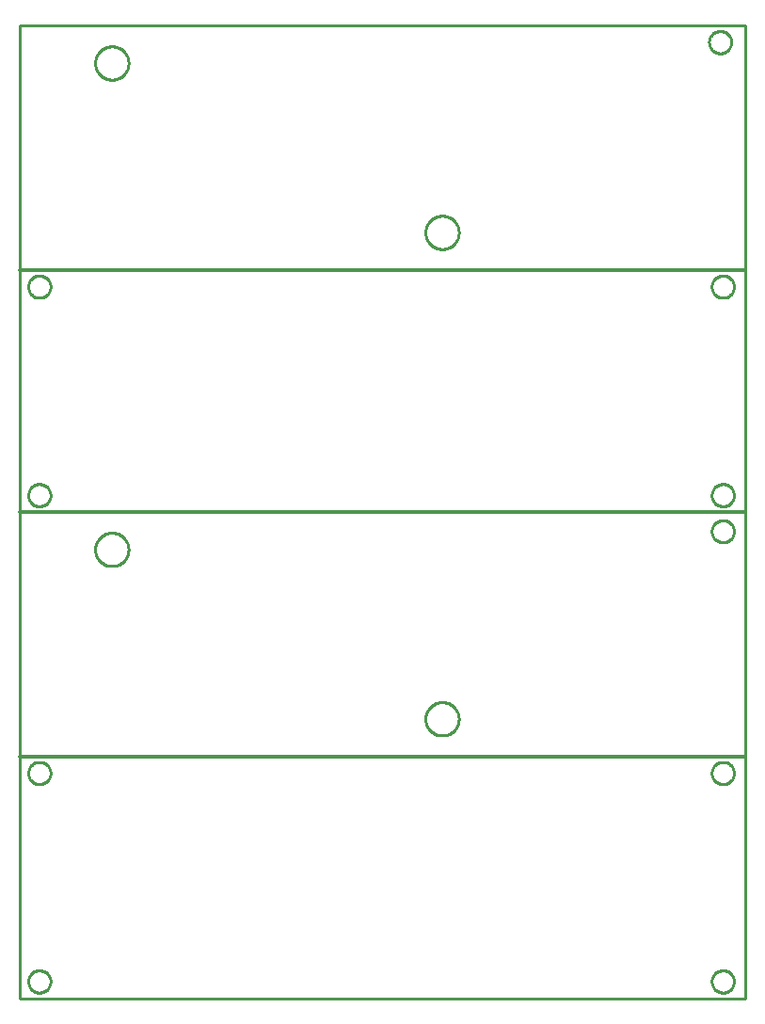
<source format=gbr>
G04 EAGLE Gerber RS-274X export*
G75*
%MOMM*%
%FSLAX34Y34*%
%LPD*%
%IN*%
%IPPOS*%
%AMOC8*
5,1,8,0,0,1.08239X$1,22.5*%
G01*
%ADD10C,0.000000*%
%ADD11C,0.300000*%
%ADD12C,0.254000*%


D10*
X7500Y202500D02*
X7503Y202745D01*
X7512Y202991D01*
X7527Y203236D01*
X7548Y203480D01*
X7575Y203724D01*
X7608Y203967D01*
X7647Y204210D01*
X7692Y204451D01*
X7743Y204691D01*
X7800Y204930D01*
X7862Y205167D01*
X7931Y205403D01*
X8005Y205637D01*
X8085Y205869D01*
X8170Y206099D01*
X8261Y206327D01*
X8358Y206552D01*
X8460Y206776D01*
X8568Y206996D01*
X8681Y207214D01*
X8799Y207429D01*
X8923Y207641D01*
X9051Y207850D01*
X9185Y208056D01*
X9324Y208258D01*
X9468Y208457D01*
X9617Y208652D01*
X9770Y208844D01*
X9928Y209032D01*
X10090Y209216D01*
X10258Y209395D01*
X10429Y209571D01*
X10605Y209742D01*
X10784Y209910D01*
X10968Y210072D01*
X11156Y210230D01*
X11348Y210383D01*
X11543Y210532D01*
X11742Y210676D01*
X11944Y210815D01*
X12150Y210949D01*
X12359Y211077D01*
X12571Y211201D01*
X12786Y211319D01*
X13004Y211432D01*
X13224Y211540D01*
X13448Y211642D01*
X13673Y211739D01*
X13901Y211830D01*
X14131Y211915D01*
X14363Y211995D01*
X14597Y212069D01*
X14833Y212138D01*
X15070Y212200D01*
X15309Y212257D01*
X15549Y212308D01*
X15790Y212353D01*
X16033Y212392D01*
X16276Y212425D01*
X16520Y212452D01*
X16764Y212473D01*
X17009Y212488D01*
X17255Y212497D01*
X17500Y212500D01*
X17745Y212497D01*
X17991Y212488D01*
X18236Y212473D01*
X18480Y212452D01*
X18724Y212425D01*
X18967Y212392D01*
X19210Y212353D01*
X19451Y212308D01*
X19691Y212257D01*
X19930Y212200D01*
X20167Y212138D01*
X20403Y212069D01*
X20637Y211995D01*
X20869Y211915D01*
X21099Y211830D01*
X21327Y211739D01*
X21552Y211642D01*
X21776Y211540D01*
X21996Y211432D01*
X22214Y211319D01*
X22429Y211201D01*
X22641Y211077D01*
X22850Y210949D01*
X23056Y210815D01*
X23258Y210676D01*
X23457Y210532D01*
X23652Y210383D01*
X23844Y210230D01*
X24032Y210072D01*
X24216Y209910D01*
X24395Y209742D01*
X24571Y209571D01*
X24742Y209395D01*
X24910Y209216D01*
X25072Y209032D01*
X25230Y208844D01*
X25383Y208652D01*
X25532Y208457D01*
X25676Y208258D01*
X25815Y208056D01*
X25949Y207850D01*
X26077Y207641D01*
X26201Y207429D01*
X26319Y207214D01*
X26432Y206996D01*
X26540Y206776D01*
X26642Y206552D01*
X26739Y206327D01*
X26830Y206099D01*
X26915Y205869D01*
X26995Y205637D01*
X27069Y205403D01*
X27138Y205167D01*
X27200Y204930D01*
X27257Y204691D01*
X27308Y204451D01*
X27353Y204210D01*
X27392Y203967D01*
X27425Y203724D01*
X27452Y203480D01*
X27473Y203236D01*
X27488Y202991D01*
X27497Y202745D01*
X27500Y202500D01*
X27497Y202255D01*
X27488Y202009D01*
X27473Y201764D01*
X27452Y201520D01*
X27425Y201276D01*
X27392Y201033D01*
X27353Y200790D01*
X27308Y200549D01*
X27257Y200309D01*
X27200Y200070D01*
X27138Y199833D01*
X27069Y199597D01*
X26995Y199363D01*
X26915Y199131D01*
X26830Y198901D01*
X26739Y198673D01*
X26642Y198448D01*
X26540Y198224D01*
X26432Y198004D01*
X26319Y197786D01*
X26201Y197571D01*
X26077Y197359D01*
X25949Y197150D01*
X25815Y196944D01*
X25676Y196742D01*
X25532Y196543D01*
X25383Y196348D01*
X25230Y196156D01*
X25072Y195968D01*
X24910Y195784D01*
X24742Y195605D01*
X24571Y195429D01*
X24395Y195258D01*
X24216Y195090D01*
X24032Y194928D01*
X23844Y194770D01*
X23652Y194617D01*
X23457Y194468D01*
X23258Y194324D01*
X23056Y194185D01*
X22850Y194051D01*
X22641Y193923D01*
X22429Y193799D01*
X22214Y193681D01*
X21996Y193568D01*
X21776Y193460D01*
X21552Y193358D01*
X21327Y193261D01*
X21099Y193170D01*
X20869Y193085D01*
X20637Y193005D01*
X20403Y192931D01*
X20167Y192862D01*
X19930Y192800D01*
X19691Y192743D01*
X19451Y192692D01*
X19210Y192647D01*
X18967Y192608D01*
X18724Y192575D01*
X18480Y192548D01*
X18236Y192527D01*
X17991Y192512D01*
X17745Y192503D01*
X17500Y192500D01*
X17255Y192503D01*
X17009Y192512D01*
X16764Y192527D01*
X16520Y192548D01*
X16276Y192575D01*
X16033Y192608D01*
X15790Y192647D01*
X15549Y192692D01*
X15309Y192743D01*
X15070Y192800D01*
X14833Y192862D01*
X14597Y192931D01*
X14363Y193005D01*
X14131Y193085D01*
X13901Y193170D01*
X13673Y193261D01*
X13448Y193358D01*
X13224Y193460D01*
X13004Y193568D01*
X12786Y193681D01*
X12571Y193799D01*
X12359Y193923D01*
X12150Y194051D01*
X11944Y194185D01*
X11742Y194324D01*
X11543Y194468D01*
X11348Y194617D01*
X11156Y194770D01*
X10968Y194928D01*
X10784Y195090D01*
X10605Y195258D01*
X10429Y195429D01*
X10258Y195605D01*
X10090Y195784D01*
X9928Y195968D01*
X9770Y196156D01*
X9617Y196348D01*
X9468Y196543D01*
X9324Y196742D01*
X9185Y196944D01*
X9051Y197150D01*
X8923Y197359D01*
X8799Y197571D01*
X8681Y197786D01*
X8568Y198004D01*
X8460Y198224D01*
X8358Y198448D01*
X8261Y198673D01*
X8170Y198901D01*
X8085Y199131D01*
X8005Y199363D01*
X7931Y199597D01*
X7862Y199833D01*
X7800Y200070D01*
X7743Y200309D01*
X7692Y200549D01*
X7647Y200790D01*
X7608Y201033D01*
X7575Y201276D01*
X7548Y201520D01*
X7527Y201764D01*
X7512Y202009D01*
X7503Y202255D01*
X7500Y202500D01*
X622500Y202500D02*
X622503Y202745D01*
X622512Y202991D01*
X622527Y203236D01*
X622548Y203480D01*
X622575Y203724D01*
X622608Y203967D01*
X622647Y204210D01*
X622692Y204451D01*
X622743Y204691D01*
X622800Y204930D01*
X622862Y205167D01*
X622931Y205403D01*
X623005Y205637D01*
X623085Y205869D01*
X623170Y206099D01*
X623261Y206327D01*
X623358Y206552D01*
X623460Y206776D01*
X623568Y206996D01*
X623681Y207214D01*
X623799Y207429D01*
X623923Y207641D01*
X624051Y207850D01*
X624185Y208056D01*
X624324Y208258D01*
X624468Y208457D01*
X624617Y208652D01*
X624770Y208844D01*
X624928Y209032D01*
X625090Y209216D01*
X625258Y209395D01*
X625429Y209571D01*
X625605Y209742D01*
X625784Y209910D01*
X625968Y210072D01*
X626156Y210230D01*
X626348Y210383D01*
X626543Y210532D01*
X626742Y210676D01*
X626944Y210815D01*
X627150Y210949D01*
X627359Y211077D01*
X627571Y211201D01*
X627786Y211319D01*
X628004Y211432D01*
X628224Y211540D01*
X628448Y211642D01*
X628673Y211739D01*
X628901Y211830D01*
X629131Y211915D01*
X629363Y211995D01*
X629597Y212069D01*
X629833Y212138D01*
X630070Y212200D01*
X630309Y212257D01*
X630549Y212308D01*
X630790Y212353D01*
X631033Y212392D01*
X631276Y212425D01*
X631520Y212452D01*
X631764Y212473D01*
X632009Y212488D01*
X632255Y212497D01*
X632500Y212500D01*
X632745Y212497D01*
X632991Y212488D01*
X633236Y212473D01*
X633480Y212452D01*
X633724Y212425D01*
X633967Y212392D01*
X634210Y212353D01*
X634451Y212308D01*
X634691Y212257D01*
X634930Y212200D01*
X635167Y212138D01*
X635403Y212069D01*
X635637Y211995D01*
X635869Y211915D01*
X636099Y211830D01*
X636327Y211739D01*
X636552Y211642D01*
X636776Y211540D01*
X636996Y211432D01*
X637214Y211319D01*
X637429Y211201D01*
X637641Y211077D01*
X637850Y210949D01*
X638056Y210815D01*
X638258Y210676D01*
X638457Y210532D01*
X638652Y210383D01*
X638844Y210230D01*
X639032Y210072D01*
X639216Y209910D01*
X639395Y209742D01*
X639571Y209571D01*
X639742Y209395D01*
X639910Y209216D01*
X640072Y209032D01*
X640230Y208844D01*
X640383Y208652D01*
X640532Y208457D01*
X640676Y208258D01*
X640815Y208056D01*
X640949Y207850D01*
X641077Y207641D01*
X641201Y207429D01*
X641319Y207214D01*
X641432Y206996D01*
X641540Y206776D01*
X641642Y206552D01*
X641739Y206327D01*
X641830Y206099D01*
X641915Y205869D01*
X641995Y205637D01*
X642069Y205403D01*
X642138Y205167D01*
X642200Y204930D01*
X642257Y204691D01*
X642308Y204451D01*
X642353Y204210D01*
X642392Y203967D01*
X642425Y203724D01*
X642452Y203480D01*
X642473Y203236D01*
X642488Y202991D01*
X642497Y202745D01*
X642500Y202500D01*
X642497Y202255D01*
X642488Y202009D01*
X642473Y201764D01*
X642452Y201520D01*
X642425Y201276D01*
X642392Y201033D01*
X642353Y200790D01*
X642308Y200549D01*
X642257Y200309D01*
X642200Y200070D01*
X642138Y199833D01*
X642069Y199597D01*
X641995Y199363D01*
X641915Y199131D01*
X641830Y198901D01*
X641739Y198673D01*
X641642Y198448D01*
X641540Y198224D01*
X641432Y198004D01*
X641319Y197786D01*
X641201Y197571D01*
X641077Y197359D01*
X640949Y197150D01*
X640815Y196944D01*
X640676Y196742D01*
X640532Y196543D01*
X640383Y196348D01*
X640230Y196156D01*
X640072Y195968D01*
X639910Y195784D01*
X639742Y195605D01*
X639571Y195429D01*
X639395Y195258D01*
X639216Y195090D01*
X639032Y194928D01*
X638844Y194770D01*
X638652Y194617D01*
X638457Y194468D01*
X638258Y194324D01*
X638056Y194185D01*
X637850Y194051D01*
X637641Y193923D01*
X637429Y193799D01*
X637214Y193681D01*
X636996Y193568D01*
X636776Y193460D01*
X636552Y193358D01*
X636327Y193261D01*
X636099Y193170D01*
X635869Y193085D01*
X635637Y193005D01*
X635403Y192931D01*
X635167Y192862D01*
X634930Y192800D01*
X634691Y192743D01*
X634451Y192692D01*
X634210Y192647D01*
X633967Y192608D01*
X633724Y192575D01*
X633480Y192548D01*
X633236Y192527D01*
X632991Y192512D01*
X632745Y192503D01*
X632500Y192500D01*
X632255Y192503D01*
X632009Y192512D01*
X631764Y192527D01*
X631520Y192548D01*
X631276Y192575D01*
X631033Y192608D01*
X630790Y192647D01*
X630549Y192692D01*
X630309Y192743D01*
X630070Y192800D01*
X629833Y192862D01*
X629597Y192931D01*
X629363Y193005D01*
X629131Y193085D01*
X628901Y193170D01*
X628673Y193261D01*
X628448Y193358D01*
X628224Y193460D01*
X628004Y193568D01*
X627786Y193681D01*
X627571Y193799D01*
X627359Y193923D01*
X627150Y194051D01*
X626944Y194185D01*
X626742Y194324D01*
X626543Y194468D01*
X626348Y194617D01*
X626156Y194770D01*
X625968Y194928D01*
X625784Y195090D01*
X625605Y195258D01*
X625429Y195429D01*
X625258Y195605D01*
X625090Y195784D01*
X624928Y195968D01*
X624770Y196156D01*
X624617Y196348D01*
X624468Y196543D01*
X624324Y196742D01*
X624185Y196944D01*
X624051Y197150D01*
X623923Y197359D01*
X623799Y197571D01*
X623681Y197786D01*
X623568Y198004D01*
X623460Y198224D01*
X623358Y198448D01*
X623261Y198673D01*
X623170Y198901D01*
X623085Y199131D01*
X623005Y199363D01*
X622931Y199597D01*
X622862Y199833D01*
X622800Y200070D01*
X622743Y200309D01*
X622692Y200549D01*
X622647Y200790D01*
X622608Y201033D01*
X622575Y201276D01*
X622548Y201520D01*
X622527Y201764D01*
X622512Y202009D01*
X622503Y202255D01*
X622500Y202500D01*
X622500Y15000D02*
X622503Y15245D01*
X622512Y15491D01*
X622527Y15736D01*
X622548Y15980D01*
X622575Y16224D01*
X622608Y16467D01*
X622647Y16710D01*
X622692Y16951D01*
X622743Y17191D01*
X622800Y17430D01*
X622862Y17667D01*
X622931Y17903D01*
X623005Y18137D01*
X623085Y18369D01*
X623170Y18599D01*
X623261Y18827D01*
X623358Y19052D01*
X623460Y19276D01*
X623568Y19496D01*
X623681Y19714D01*
X623799Y19929D01*
X623923Y20141D01*
X624051Y20350D01*
X624185Y20556D01*
X624324Y20758D01*
X624468Y20957D01*
X624617Y21152D01*
X624770Y21344D01*
X624928Y21532D01*
X625090Y21716D01*
X625258Y21895D01*
X625429Y22071D01*
X625605Y22242D01*
X625784Y22410D01*
X625968Y22572D01*
X626156Y22730D01*
X626348Y22883D01*
X626543Y23032D01*
X626742Y23176D01*
X626944Y23315D01*
X627150Y23449D01*
X627359Y23577D01*
X627571Y23701D01*
X627786Y23819D01*
X628004Y23932D01*
X628224Y24040D01*
X628448Y24142D01*
X628673Y24239D01*
X628901Y24330D01*
X629131Y24415D01*
X629363Y24495D01*
X629597Y24569D01*
X629833Y24638D01*
X630070Y24700D01*
X630309Y24757D01*
X630549Y24808D01*
X630790Y24853D01*
X631033Y24892D01*
X631276Y24925D01*
X631520Y24952D01*
X631764Y24973D01*
X632009Y24988D01*
X632255Y24997D01*
X632500Y25000D01*
X632745Y24997D01*
X632991Y24988D01*
X633236Y24973D01*
X633480Y24952D01*
X633724Y24925D01*
X633967Y24892D01*
X634210Y24853D01*
X634451Y24808D01*
X634691Y24757D01*
X634930Y24700D01*
X635167Y24638D01*
X635403Y24569D01*
X635637Y24495D01*
X635869Y24415D01*
X636099Y24330D01*
X636327Y24239D01*
X636552Y24142D01*
X636776Y24040D01*
X636996Y23932D01*
X637214Y23819D01*
X637429Y23701D01*
X637641Y23577D01*
X637850Y23449D01*
X638056Y23315D01*
X638258Y23176D01*
X638457Y23032D01*
X638652Y22883D01*
X638844Y22730D01*
X639032Y22572D01*
X639216Y22410D01*
X639395Y22242D01*
X639571Y22071D01*
X639742Y21895D01*
X639910Y21716D01*
X640072Y21532D01*
X640230Y21344D01*
X640383Y21152D01*
X640532Y20957D01*
X640676Y20758D01*
X640815Y20556D01*
X640949Y20350D01*
X641077Y20141D01*
X641201Y19929D01*
X641319Y19714D01*
X641432Y19496D01*
X641540Y19276D01*
X641642Y19052D01*
X641739Y18827D01*
X641830Y18599D01*
X641915Y18369D01*
X641995Y18137D01*
X642069Y17903D01*
X642138Y17667D01*
X642200Y17430D01*
X642257Y17191D01*
X642308Y16951D01*
X642353Y16710D01*
X642392Y16467D01*
X642425Y16224D01*
X642452Y15980D01*
X642473Y15736D01*
X642488Y15491D01*
X642497Y15245D01*
X642500Y15000D01*
X642497Y14755D01*
X642488Y14509D01*
X642473Y14264D01*
X642452Y14020D01*
X642425Y13776D01*
X642392Y13533D01*
X642353Y13290D01*
X642308Y13049D01*
X642257Y12809D01*
X642200Y12570D01*
X642138Y12333D01*
X642069Y12097D01*
X641995Y11863D01*
X641915Y11631D01*
X641830Y11401D01*
X641739Y11173D01*
X641642Y10948D01*
X641540Y10724D01*
X641432Y10504D01*
X641319Y10286D01*
X641201Y10071D01*
X641077Y9859D01*
X640949Y9650D01*
X640815Y9444D01*
X640676Y9242D01*
X640532Y9043D01*
X640383Y8848D01*
X640230Y8656D01*
X640072Y8468D01*
X639910Y8284D01*
X639742Y8105D01*
X639571Y7929D01*
X639395Y7758D01*
X639216Y7590D01*
X639032Y7428D01*
X638844Y7270D01*
X638652Y7117D01*
X638457Y6968D01*
X638258Y6824D01*
X638056Y6685D01*
X637850Y6551D01*
X637641Y6423D01*
X637429Y6299D01*
X637214Y6181D01*
X636996Y6068D01*
X636776Y5960D01*
X636552Y5858D01*
X636327Y5761D01*
X636099Y5670D01*
X635869Y5585D01*
X635637Y5505D01*
X635403Y5431D01*
X635167Y5362D01*
X634930Y5300D01*
X634691Y5243D01*
X634451Y5192D01*
X634210Y5147D01*
X633967Y5108D01*
X633724Y5075D01*
X633480Y5048D01*
X633236Y5027D01*
X632991Y5012D01*
X632745Y5003D01*
X632500Y5000D01*
X632255Y5003D01*
X632009Y5012D01*
X631764Y5027D01*
X631520Y5048D01*
X631276Y5075D01*
X631033Y5108D01*
X630790Y5147D01*
X630549Y5192D01*
X630309Y5243D01*
X630070Y5300D01*
X629833Y5362D01*
X629597Y5431D01*
X629363Y5505D01*
X629131Y5585D01*
X628901Y5670D01*
X628673Y5761D01*
X628448Y5858D01*
X628224Y5960D01*
X628004Y6068D01*
X627786Y6181D01*
X627571Y6299D01*
X627359Y6423D01*
X627150Y6551D01*
X626944Y6685D01*
X626742Y6824D01*
X626543Y6968D01*
X626348Y7117D01*
X626156Y7270D01*
X625968Y7428D01*
X625784Y7590D01*
X625605Y7758D01*
X625429Y7929D01*
X625258Y8105D01*
X625090Y8284D01*
X624928Y8468D01*
X624770Y8656D01*
X624617Y8848D01*
X624468Y9043D01*
X624324Y9242D01*
X624185Y9444D01*
X624051Y9650D01*
X623923Y9859D01*
X623799Y10071D01*
X623681Y10286D01*
X623568Y10504D01*
X623460Y10724D01*
X623358Y10948D01*
X623261Y11173D01*
X623170Y11401D01*
X623085Y11631D01*
X623005Y11863D01*
X622931Y12097D01*
X622862Y12333D01*
X622800Y12570D01*
X622743Y12809D01*
X622692Y13049D01*
X622647Y13290D01*
X622608Y13533D01*
X622575Y13776D01*
X622548Y14020D01*
X622527Y14264D01*
X622512Y14509D01*
X622503Y14755D01*
X622500Y15000D01*
X7500Y15000D02*
X7503Y15245D01*
X7512Y15491D01*
X7527Y15736D01*
X7548Y15980D01*
X7575Y16224D01*
X7608Y16467D01*
X7647Y16710D01*
X7692Y16951D01*
X7743Y17191D01*
X7800Y17430D01*
X7862Y17667D01*
X7931Y17903D01*
X8005Y18137D01*
X8085Y18369D01*
X8170Y18599D01*
X8261Y18827D01*
X8358Y19052D01*
X8460Y19276D01*
X8568Y19496D01*
X8681Y19714D01*
X8799Y19929D01*
X8923Y20141D01*
X9051Y20350D01*
X9185Y20556D01*
X9324Y20758D01*
X9468Y20957D01*
X9617Y21152D01*
X9770Y21344D01*
X9928Y21532D01*
X10090Y21716D01*
X10258Y21895D01*
X10429Y22071D01*
X10605Y22242D01*
X10784Y22410D01*
X10968Y22572D01*
X11156Y22730D01*
X11348Y22883D01*
X11543Y23032D01*
X11742Y23176D01*
X11944Y23315D01*
X12150Y23449D01*
X12359Y23577D01*
X12571Y23701D01*
X12786Y23819D01*
X13004Y23932D01*
X13224Y24040D01*
X13448Y24142D01*
X13673Y24239D01*
X13901Y24330D01*
X14131Y24415D01*
X14363Y24495D01*
X14597Y24569D01*
X14833Y24638D01*
X15070Y24700D01*
X15309Y24757D01*
X15549Y24808D01*
X15790Y24853D01*
X16033Y24892D01*
X16276Y24925D01*
X16520Y24952D01*
X16764Y24973D01*
X17009Y24988D01*
X17255Y24997D01*
X17500Y25000D01*
X17745Y24997D01*
X17991Y24988D01*
X18236Y24973D01*
X18480Y24952D01*
X18724Y24925D01*
X18967Y24892D01*
X19210Y24853D01*
X19451Y24808D01*
X19691Y24757D01*
X19930Y24700D01*
X20167Y24638D01*
X20403Y24569D01*
X20637Y24495D01*
X20869Y24415D01*
X21099Y24330D01*
X21327Y24239D01*
X21552Y24142D01*
X21776Y24040D01*
X21996Y23932D01*
X22214Y23819D01*
X22429Y23701D01*
X22641Y23577D01*
X22850Y23449D01*
X23056Y23315D01*
X23258Y23176D01*
X23457Y23032D01*
X23652Y22883D01*
X23844Y22730D01*
X24032Y22572D01*
X24216Y22410D01*
X24395Y22242D01*
X24571Y22071D01*
X24742Y21895D01*
X24910Y21716D01*
X25072Y21532D01*
X25230Y21344D01*
X25383Y21152D01*
X25532Y20957D01*
X25676Y20758D01*
X25815Y20556D01*
X25949Y20350D01*
X26077Y20141D01*
X26201Y19929D01*
X26319Y19714D01*
X26432Y19496D01*
X26540Y19276D01*
X26642Y19052D01*
X26739Y18827D01*
X26830Y18599D01*
X26915Y18369D01*
X26995Y18137D01*
X27069Y17903D01*
X27138Y17667D01*
X27200Y17430D01*
X27257Y17191D01*
X27308Y16951D01*
X27353Y16710D01*
X27392Y16467D01*
X27425Y16224D01*
X27452Y15980D01*
X27473Y15736D01*
X27488Y15491D01*
X27497Y15245D01*
X27500Y15000D01*
X27497Y14755D01*
X27488Y14509D01*
X27473Y14264D01*
X27452Y14020D01*
X27425Y13776D01*
X27392Y13533D01*
X27353Y13290D01*
X27308Y13049D01*
X27257Y12809D01*
X27200Y12570D01*
X27138Y12333D01*
X27069Y12097D01*
X26995Y11863D01*
X26915Y11631D01*
X26830Y11401D01*
X26739Y11173D01*
X26642Y10948D01*
X26540Y10724D01*
X26432Y10504D01*
X26319Y10286D01*
X26201Y10071D01*
X26077Y9859D01*
X25949Y9650D01*
X25815Y9444D01*
X25676Y9242D01*
X25532Y9043D01*
X25383Y8848D01*
X25230Y8656D01*
X25072Y8468D01*
X24910Y8284D01*
X24742Y8105D01*
X24571Y7929D01*
X24395Y7758D01*
X24216Y7590D01*
X24032Y7428D01*
X23844Y7270D01*
X23652Y7117D01*
X23457Y6968D01*
X23258Y6824D01*
X23056Y6685D01*
X22850Y6551D01*
X22641Y6423D01*
X22429Y6299D01*
X22214Y6181D01*
X21996Y6068D01*
X21776Y5960D01*
X21552Y5858D01*
X21327Y5761D01*
X21099Y5670D01*
X20869Y5585D01*
X20637Y5505D01*
X20403Y5431D01*
X20167Y5362D01*
X19930Y5300D01*
X19691Y5243D01*
X19451Y5192D01*
X19210Y5147D01*
X18967Y5108D01*
X18724Y5075D01*
X18480Y5048D01*
X18236Y5027D01*
X17991Y5012D01*
X17745Y5003D01*
X17500Y5000D01*
X17255Y5003D01*
X17009Y5012D01*
X16764Y5027D01*
X16520Y5048D01*
X16276Y5075D01*
X16033Y5108D01*
X15790Y5147D01*
X15549Y5192D01*
X15309Y5243D01*
X15070Y5300D01*
X14833Y5362D01*
X14597Y5431D01*
X14363Y5505D01*
X14131Y5585D01*
X13901Y5670D01*
X13673Y5761D01*
X13448Y5858D01*
X13224Y5960D01*
X13004Y6068D01*
X12786Y6181D01*
X12571Y6299D01*
X12359Y6423D01*
X12150Y6551D01*
X11944Y6685D01*
X11742Y6824D01*
X11543Y6968D01*
X11348Y7117D01*
X11156Y7270D01*
X10968Y7428D01*
X10784Y7590D01*
X10605Y7758D01*
X10429Y7929D01*
X10258Y8105D01*
X10090Y8284D01*
X9928Y8468D01*
X9770Y8656D01*
X9617Y8848D01*
X9468Y9043D01*
X9324Y9242D01*
X9185Y9444D01*
X9051Y9650D01*
X8923Y9859D01*
X8799Y10071D01*
X8681Y10286D01*
X8568Y10504D01*
X8460Y10724D01*
X8358Y10948D01*
X8261Y11173D01*
X8170Y11401D01*
X8085Y11631D01*
X8005Y11863D01*
X7931Y12097D01*
X7862Y12333D01*
X7800Y12570D01*
X7743Y12809D01*
X7692Y13049D01*
X7647Y13290D01*
X7608Y13533D01*
X7575Y13776D01*
X7548Y14020D01*
X7527Y14264D01*
X7512Y14509D01*
X7503Y14755D01*
X7500Y15000D01*
X7500Y640000D02*
X7503Y640245D01*
X7512Y640491D01*
X7527Y640736D01*
X7548Y640980D01*
X7575Y641224D01*
X7608Y641467D01*
X7647Y641710D01*
X7692Y641951D01*
X7743Y642191D01*
X7800Y642430D01*
X7862Y642667D01*
X7931Y642903D01*
X8005Y643137D01*
X8085Y643369D01*
X8170Y643599D01*
X8261Y643827D01*
X8358Y644052D01*
X8460Y644276D01*
X8568Y644496D01*
X8681Y644714D01*
X8799Y644929D01*
X8923Y645141D01*
X9051Y645350D01*
X9185Y645556D01*
X9324Y645758D01*
X9468Y645957D01*
X9617Y646152D01*
X9770Y646344D01*
X9928Y646532D01*
X10090Y646716D01*
X10258Y646895D01*
X10429Y647071D01*
X10605Y647242D01*
X10784Y647410D01*
X10968Y647572D01*
X11156Y647730D01*
X11348Y647883D01*
X11543Y648032D01*
X11742Y648176D01*
X11944Y648315D01*
X12150Y648449D01*
X12359Y648577D01*
X12571Y648701D01*
X12786Y648819D01*
X13004Y648932D01*
X13224Y649040D01*
X13448Y649142D01*
X13673Y649239D01*
X13901Y649330D01*
X14131Y649415D01*
X14363Y649495D01*
X14597Y649569D01*
X14833Y649638D01*
X15070Y649700D01*
X15309Y649757D01*
X15549Y649808D01*
X15790Y649853D01*
X16033Y649892D01*
X16276Y649925D01*
X16520Y649952D01*
X16764Y649973D01*
X17009Y649988D01*
X17255Y649997D01*
X17500Y650000D01*
X17745Y649997D01*
X17991Y649988D01*
X18236Y649973D01*
X18480Y649952D01*
X18724Y649925D01*
X18967Y649892D01*
X19210Y649853D01*
X19451Y649808D01*
X19691Y649757D01*
X19930Y649700D01*
X20167Y649638D01*
X20403Y649569D01*
X20637Y649495D01*
X20869Y649415D01*
X21099Y649330D01*
X21327Y649239D01*
X21552Y649142D01*
X21776Y649040D01*
X21996Y648932D01*
X22214Y648819D01*
X22429Y648701D01*
X22641Y648577D01*
X22850Y648449D01*
X23056Y648315D01*
X23258Y648176D01*
X23457Y648032D01*
X23652Y647883D01*
X23844Y647730D01*
X24032Y647572D01*
X24216Y647410D01*
X24395Y647242D01*
X24571Y647071D01*
X24742Y646895D01*
X24910Y646716D01*
X25072Y646532D01*
X25230Y646344D01*
X25383Y646152D01*
X25532Y645957D01*
X25676Y645758D01*
X25815Y645556D01*
X25949Y645350D01*
X26077Y645141D01*
X26201Y644929D01*
X26319Y644714D01*
X26432Y644496D01*
X26540Y644276D01*
X26642Y644052D01*
X26739Y643827D01*
X26830Y643599D01*
X26915Y643369D01*
X26995Y643137D01*
X27069Y642903D01*
X27138Y642667D01*
X27200Y642430D01*
X27257Y642191D01*
X27308Y641951D01*
X27353Y641710D01*
X27392Y641467D01*
X27425Y641224D01*
X27452Y640980D01*
X27473Y640736D01*
X27488Y640491D01*
X27497Y640245D01*
X27500Y640000D01*
X27497Y639755D01*
X27488Y639509D01*
X27473Y639264D01*
X27452Y639020D01*
X27425Y638776D01*
X27392Y638533D01*
X27353Y638290D01*
X27308Y638049D01*
X27257Y637809D01*
X27200Y637570D01*
X27138Y637333D01*
X27069Y637097D01*
X26995Y636863D01*
X26915Y636631D01*
X26830Y636401D01*
X26739Y636173D01*
X26642Y635948D01*
X26540Y635724D01*
X26432Y635504D01*
X26319Y635286D01*
X26201Y635071D01*
X26077Y634859D01*
X25949Y634650D01*
X25815Y634444D01*
X25676Y634242D01*
X25532Y634043D01*
X25383Y633848D01*
X25230Y633656D01*
X25072Y633468D01*
X24910Y633284D01*
X24742Y633105D01*
X24571Y632929D01*
X24395Y632758D01*
X24216Y632590D01*
X24032Y632428D01*
X23844Y632270D01*
X23652Y632117D01*
X23457Y631968D01*
X23258Y631824D01*
X23056Y631685D01*
X22850Y631551D01*
X22641Y631423D01*
X22429Y631299D01*
X22214Y631181D01*
X21996Y631068D01*
X21776Y630960D01*
X21552Y630858D01*
X21327Y630761D01*
X21099Y630670D01*
X20869Y630585D01*
X20637Y630505D01*
X20403Y630431D01*
X20167Y630362D01*
X19930Y630300D01*
X19691Y630243D01*
X19451Y630192D01*
X19210Y630147D01*
X18967Y630108D01*
X18724Y630075D01*
X18480Y630048D01*
X18236Y630027D01*
X17991Y630012D01*
X17745Y630003D01*
X17500Y630000D01*
X17255Y630003D01*
X17009Y630012D01*
X16764Y630027D01*
X16520Y630048D01*
X16276Y630075D01*
X16033Y630108D01*
X15790Y630147D01*
X15549Y630192D01*
X15309Y630243D01*
X15070Y630300D01*
X14833Y630362D01*
X14597Y630431D01*
X14363Y630505D01*
X14131Y630585D01*
X13901Y630670D01*
X13673Y630761D01*
X13448Y630858D01*
X13224Y630960D01*
X13004Y631068D01*
X12786Y631181D01*
X12571Y631299D01*
X12359Y631423D01*
X12150Y631551D01*
X11944Y631685D01*
X11742Y631824D01*
X11543Y631968D01*
X11348Y632117D01*
X11156Y632270D01*
X10968Y632428D01*
X10784Y632590D01*
X10605Y632758D01*
X10429Y632929D01*
X10258Y633105D01*
X10090Y633284D01*
X9928Y633468D01*
X9770Y633656D01*
X9617Y633848D01*
X9468Y634043D01*
X9324Y634242D01*
X9185Y634444D01*
X9051Y634650D01*
X8923Y634859D01*
X8799Y635071D01*
X8681Y635286D01*
X8568Y635504D01*
X8460Y635724D01*
X8358Y635948D01*
X8261Y636173D01*
X8170Y636401D01*
X8085Y636631D01*
X8005Y636863D01*
X7931Y637097D01*
X7862Y637333D01*
X7800Y637570D01*
X7743Y637809D01*
X7692Y638049D01*
X7647Y638290D01*
X7608Y638533D01*
X7575Y638776D01*
X7548Y639020D01*
X7527Y639264D01*
X7512Y639509D01*
X7503Y639755D01*
X7500Y640000D01*
X622500Y640000D02*
X622503Y640245D01*
X622512Y640491D01*
X622527Y640736D01*
X622548Y640980D01*
X622575Y641224D01*
X622608Y641467D01*
X622647Y641710D01*
X622692Y641951D01*
X622743Y642191D01*
X622800Y642430D01*
X622862Y642667D01*
X622931Y642903D01*
X623005Y643137D01*
X623085Y643369D01*
X623170Y643599D01*
X623261Y643827D01*
X623358Y644052D01*
X623460Y644276D01*
X623568Y644496D01*
X623681Y644714D01*
X623799Y644929D01*
X623923Y645141D01*
X624051Y645350D01*
X624185Y645556D01*
X624324Y645758D01*
X624468Y645957D01*
X624617Y646152D01*
X624770Y646344D01*
X624928Y646532D01*
X625090Y646716D01*
X625258Y646895D01*
X625429Y647071D01*
X625605Y647242D01*
X625784Y647410D01*
X625968Y647572D01*
X626156Y647730D01*
X626348Y647883D01*
X626543Y648032D01*
X626742Y648176D01*
X626944Y648315D01*
X627150Y648449D01*
X627359Y648577D01*
X627571Y648701D01*
X627786Y648819D01*
X628004Y648932D01*
X628224Y649040D01*
X628448Y649142D01*
X628673Y649239D01*
X628901Y649330D01*
X629131Y649415D01*
X629363Y649495D01*
X629597Y649569D01*
X629833Y649638D01*
X630070Y649700D01*
X630309Y649757D01*
X630549Y649808D01*
X630790Y649853D01*
X631033Y649892D01*
X631276Y649925D01*
X631520Y649952D01*
X631764Y649973D01*
X632009Y649988D01*
X632255Y649997D01*
X632500Y650000D01*
X632745Y649997D01*
X632991Y649988D01*
X633236Y649973D01*
X633480Y649952D01*
X633724Y649925D01*
X633967Y649892D01*
X634210Y649853D01*
X634451Y649808D01*
X634691Y649757D01*
X634930Y649700D01*
X635167Y649638D01*
X635403Y649569D01*
X635637Y649495D01*
X635869Y649415D01*
X636099Y649330D01*
X636327Y649239D01*
X636552Y649142D01*
X636776Y649040D01*
X636996Y648932D01*
X637214Y648819D01*
X637429Y648701D01*
X637641Y648577D01*
X637850Y648449D01*
X638056Y648315D01*
X638258Y648176D01*
X638457Y648032D01*
X638652Y647883D01*
X638844Y647730D01*
X639032Y647572D01*
X639216Y647410D01*
X639395Y647242D01*
X639571Y647071D01*
X639742Y646895D01*
X639910Y646716D01*
X640072Y646532D01*
X640230Y646344D01*
X640383Y646152D01*
X640532Y645957D01*
X640676Y645758D01*
X640815Y645556D01*
X640949Y645350D01*
X641077Y645141D01*
X641201Y644929D01*
X641319Y644714D01*
X641432Y644496D01*
X641540Y644276D01*
X641642Y644052D01*
X641739Y643827D01*
X641830Y643599D01*
X641915Y643369D01*
X641995Y643137D01*
X642069Y642903D01*
X642138Y642667D01*
X642200Y642430D01*
X642257Y642191D01*
X642308Y641951D01*
X642353Y641710D01*
X642392Y641467D01*
X642425Y641224D01*
X642452Y640980D01*
X642473Y640736D01*
X642488Y640491D01*
X642497Y640245D01*
X642500Y640000D01*
X642497Y639755D01*
X642488Y639509D01*
X642473Y639264D01*
X642452Y639020D01*
X642425Y638776D01*
X642392Y638533D01*
X642353Y638290D01*
X642308Y638049D01*
X642257Y637809D01*
X642200Y637570D01*
X642138Y637333D01*
X642069Y637097D01*
X641995Y636863D01*
X641915Y636631D01*
X641830Y636401D01*
X641739Y636173D01*
X641642Y635948D01*
X641540Y635724D01*
X641432Y635504D01*
X641319Y635286D01*
X641201Y635071D01*
X641077Y634859D01*
X640949Y634650D01*
X640815Y634444D01*
X640676Y634242D01*
X640532Y634043D01*
X640383Y633848D01*
X640230Y633656D01*
X640072Y633468D01*
X639910Y633284D01*
X639742Y633105D01*
X639571Y632929D01*
X639395Y632758D01*
X639216Y632590D01*
X639032Y632428D01*
X638844Y632270D01*
X638652Y632117D01*
X638457Y631968D01*
X638258Y631824D01*
X638056Y631685D01*
X637850Y631551D01*
X637641Y631423D01*
X637429Y631299D01*
X637214Y631181D01*
X636996Y631068D01*
X636776Y630960D01*
X636552Y630858D01*
X636327Y630761D01*
X636099Y630670D01*
X635869Y630585D01*
X635637Y630505D01*
X635403Y630431D01*
X635167Y630362D01*
X634930Y630300D01*
X634691Y630243D01*
X634451Y630192D01*
X634210Y630147D01*
X633967Y630108D01*
X633724Y630075D01*
X633480Y630048D01*
X633236Y630027D01*
X632991Y630012D01*
X632745Y630003D01*
X632500Y630000D01*
X632255Y630003D01*
X632009Y630012D01*
X631764Y630027D01*
X631520Y630048D01*
X631276Y630075D01*
X631033Y630108D01*
X630790Y630147D01*
X630549Y630192D01*
X630309Y630243D01*
X630070Y630300D01*
X629833Y630362D01*
X629597Y630431D01*
X629363Y630505D01*
X629131Y630585D01*
X628901Y630670D01*
X628673Y630761D01*
X628448Y630858D01*
X628224Y630960D01*
X628004Y631068D01*
X627786Y631181D01*
X627571Y631299D01*
X627359Y631423D01*
X627150Y631551D01*
X626944Y631685D01*
X626742Y631824D01*
X626543Y631968D01*
X626348Y632117D01*
X626156Y632270D01*
X625968Y632428D01*
X625784Y632590D01*
X625605Y632758D01*
X625429Y632929D01*
X625258Y633105D01*
X625090Y633284D01*
X624928Y633468D01*
X624770Y633656D01*
X624617Y633848D01*
X624468Y634043D01*
X624324Y634242D01*
X624185Y634444D01*
X624051Y634650D01*
X623923Y634859D01*
X623799Y635071D01*
X623681Y635286D01*
X623568Y635504D01*
X623460Y635724D01*
X623358Y635948D01*
X623261Y636173D01*
X623170Y636401D01*
X623085Y636631D01*
X623005Y636863D01*
X622931Y637097D01*
X622862Y637333D01*
X622800Y637570D01*
X622743Y637809D01*
X622692Y638049D01*
X622647Y638290D01*
X622608Y638533D01*
X622575Y638776D01*
X622548Y639020D01*
X622527Y639264D01*
X622512Y639509D01*
X622503Y639755D01*
X622500Y640000D01*
X622500Y452500D02*
X622503Y452745D01*
X622512Y452991D01*
X622527Y453236D01*
X622548Y453480D01*
X622575Y453724D01*
X622608Y453967D01*
X622647Y454210D01*
X622692Y454451D01*
X622743Y454691D01*
X622800Y454930D01*
X622862Y455167D01*
X622931Y455403D01*
X623005Y455637D01*
X623085Y455869D01*
X623170Y456099D01*
X623261Y456327D01*
X623358Y456552D01*
X623460Y456776D01*
X623568Y456996D01*
X623681Y457214D01*
X623799Y457429D01*
X623923Y457641D01*
X624051Y457850D01*
X624185Y458056D01*
X624324Y458258D01*
X624468Y458457D01*
X624617Y458652D01*
X624770Y458844D01*
X624928Y459032D01*
X625090Y459216D01*
X625258Y459395D01*
X625429Y459571D01*
X625605Y459742D01*
X625784Y459910D01*
X625968Y460072D01*
X626156Y460230D01*
X626348Y460383D01*
X626543Y460532D01*
X626742Y460676D01*
X626944Y460815D01*
X627150Y460949D01*
X627359Y461077D01*
X627571Y461201D01*
X627786Y461319D01*
X628004Y461432D01*
X628224Y461540D01*
X628448Y461642D01*
X628673Y461739D01*
X628901Y461830D01*
X629131Y461915D01*
X629363Y461995D01*
X629597Y462069D01*
X629833Y462138D01*
X630070Y462200D01*
X630309Y462257D01*
X630549Y462308D01*
X630790Y462353D01*
X631033Y462392D01*
X631276Y462425D01*
X631520Y462452D01*
X631764Y462473D01*
X632009Y462488D01*
X632255Y462497D01*
X632500Y462500D01*
X632745Y462497D01*
X632991Y462488D01*
X633236Y462473D01*
X633480Y462452D01*
X633724Y462425D01*
X633967Y462392D01*
X634210Y462353D01*
X634451Y462308D01*
X634691Y462257D01*
X634930Y462200D01*
X635167Y462138D01*
X635403Y462069D01*
X635637Y461995D01*
X635869Y461915D01*
X636099Y461830D01*
X636327Y461739D01*
X636552Y461642D01*
X636776Y461540D01*
X636996Y461432D01*
X637214Y461319D01*
X637429Y461201D01*
X637641Y461077D01*
X637850Y460949D01*
X638056Y460815D01*
X638258Y460676D01*
X638457Y460532D01*
X638652Y460383D01*
X638844Y460230D01*
X639032Y460072D01*
X639216Y459910D01*
X639395Y459742D01*
X639571Y459571D01*
X639742Y459395D01*
X639910Y459216D01*
X640072Y459032D01*
X640230Y458844D01*
X640383Y458652D01*
X640532Y458457D01*
X640676Y458258D01*
X640815Y458056D01*
X640949Y457850D01*
X641077Y457641D01*
X641201Y457429D01*
X641319Y457214D01*
X641432Y456996D01*
X641540Y456776D01*
X641642Y456552D01*
X641739Y456327D01*
X641830Y456099D01*
X641915Y455869D01*
X641995Y455637D01*
X642069Y455403D01*
X642138Y455167D01*
X642200Y454930D01*
X642257Y454691D01*
X642308Y454451D01*
X642353Y454210D01*
X642392Y453967D01*
X642425Y453724D01*
X642452Y453480D01*
X642473Y453236D01*
X642488Y452991D01*
X642497Y452745D01*
X642500Y452500D01*
X642497Y452255D01*
X642488Y452009D01*
X642473Y451764D01*
X642452Y451520D01*
X642425Y451276D01*
X642392Y451033D01*
X642353Y450790D01*
X642308Y450549D01*
X642257Y450309D01*
X642200Y450070D01*
X642138Y449833D01*
X642069Y449597D01*
X641995Y449363D01*
X641915Y449131D01*
X641830Y448901D01*
X641739Y448673D01*
X641642Y448448D01*
X641540Y448224D01*
X641432Y448004D01*
X641319Y447786D01*
X641201Y447571D01*
X641077Y447359D01*
X640949Y447150D01*
X640815Y446944D01*
X640676Y446742D01*
X640532Y446543D01*
X640383Y446348D01*
X640230Y446156D01*
X640072Y445968D01*
X639910Y445784D01*
X639742Y445605D01*
X639571Y445429D01*
X639395Y445258D01*
X639216Y445090D01*
X639032Y444928D01*
X638844Y444770D01*
X638652Y444617D01*
X638457Y444468D01*
X638258Y444324D01*
X638056Y444185D01*
X637850Y444051D01*
X637641Y443923D01*
X637429Y443799D01*
X637214Y443681D01*
X636996Y443568D01*
X636776Y443460D01*
X636552Y443358D01*
X636327Y443261D01*
X636099Y443170D01*
X635869Y443085D01*
X635637Y443005D01*
X635403Y442931D01*
X635167Y442862D01*
X634930Y442800D01*
X634691Y442743D01*
X634451Y442692D01*
X634210Y442647D01*
X633967Y442608D01*
X633724Y442575D01*
X633480Y442548D01*
X633236Y442527D01*
X632991Y442512D01*
X632745Y442503D01*
X632500Y442500D01*
X632255Y442503D01*
X632009Y442512D01*
X631764Y442527D01*
X631520Y442548D01*
X631276Y442575D01*
X631033Y442608D01*
X630790Y442647D01*
X630549Y442692D01*
X630309Y442743D01*
X630070Y442800D01*
X629833Y442862D01*
X629597Y442931D01*
X629363Y443005D01*
X629131Y443085D01*
X628901Y443170D01*
X628673Y443261D01*
X628448Y443358D01*
X628224Y443460D01*
X628004Y443568D01*
X627786Y443681D01*
X627571Y443799D01*
X627359Y443923D01*
X627150Y444051D01*
X626944Y444185D01*
X626742Y444324D01*
X626543Y444468D01*
X626348Y444617D01*
X626156Y444770D01*
X625968Y444928D01*
X625784Y445090D01*
X625605Y445258D01*
X625429Y445429D01*
X625258Y445605D01*
X625090Y445784D01*
X624928Y445968D01*
X624770Y446156D01*
X624617Y446348D01*
X624468Y446543D01*
X624324Y446742D01*
X624185Y446944D01*
X624051Y447150D01*
X623923Y447359D01*
X623799Y447571D01*
X623681Y447786D01*
X623568Y448004D01*
X623460Y448224D01*
X623358Y448448D01*
X623261Y448673D01*
X623170Y448901D01*
X623085Y449131D01*
X623005Y449363D01*
X622931Y449597D01*
X622862Y449833D01*
X622800Y450070D01*
X622743Y450309D01*
X622692Y450549D01*
X622647Y450790D01*
X622608Y451033D01*
X622575Y451276D01*
X622548Y451520D01*
X622527Y451764D01*
X622512Y452009D01*
X622503Y452255D01*
X622500Y452500D01*
X7500Y452500D02*
X7503Y452745D01*
X7512Y452991D01*
X7527Y453236D01*
X7548Y453480D01*
X7575Y453724D01*
X7608Y453967D01*
X7647Y454210D01*
X7692Y454451D01*
X7743Y454691D01*
X7800Y454930D01*
X7862Y455167D01*
X7931Y455403D01*
X8005Y455637D01*
X8085Y455869D01*
X8170Y456099D01*
X8261Y456327D01*
X8358Y456552D01*
X8460Y456776D01*
X8568Y456996D01*
X8681Y457214D01*
X8799Y457429D01*
X8923Y457641D01*
X9051Y457850D01*
X9185Y458056D01*
X9324Y458258D01*
X9468Y458457D01*
X9617Y458652D01*
X9770Y458844D01*
X9928Y459032D01*
X10090Y459216D01*
X10258Y459395D01*
X10429Y459571D01*
X10605Y459742D01*
X10784Y459910D01*
X10968Y460072D01*
X11156Y460230D01*
X11348Y460383D01*
X11543Y460532D01*
X11742Y460676D01*
X11944Y460815D01*
X12150Y460949D01*
X12359Y461077D01*
X12571Y461201D01*
X12786Y461319D01*
X13004Y461432D01*
X13224Y461540D01*
X13448Y461642D01*
X13673Y461739D01*
X13901Y461830D01*
X14131Y461915D01*
X14363Y461995D01*
X14597Y462069D01*
X14833Y462138D01*
X15070Y462200D01*
X15309Y462257D01*
X15549Y462308D01*
X15790Y462353D01*
X16033Y462392D01*
X16276Y462425D01*
X16520Y462452D01*
X16764Y462473D01*
X17009Y462488D01*
X17255Y462497D01*
X17500Y462500D01*
X17745Y462497D01*
X17991Y462488D01*
X18236Y462473D01*
X18480Y462452D01*
X18724Y462425D01*
X18967Y462392D01*
X19210Y462353D01*
X19451Y462308D01*
X19691Y462257D01*
X19930Y462200D01*
X20167Y462138D01*
X20403Y462069D01*
X20637Y461995D01*
X20869Y461915D01*
X21099Y461830D01*
X21327Y461739D01*
X21552Y461642D01*
X21776Y461540D01*
X21996Y461432D01*
X22214Y461319D01*
X22429Y461201D01*
X22641Y461077D01*
X22850Y460949D01*
X23056Y460815D01*
X23258Y460676D01*
X23457Y460532D01*
X23652Y460383D01*
X23844Y460230D01*
X24032Y460072D01*
X24216Y459910D01*
X24395Y459742D01*
X24571Y459571D01*
X24742Y459395D01*
X24910Y459216D01*
X25072Y459032D01*
X25230Y458844D01*
X25383Y458652D01*
X25532Y458457D01*
X25676Y458258D01*
X25815Y458056D01*
X25949Y457850D01*
X26077Y457641D01*
X26201Y457429D01*
X26319Y457214D01*
X26432Y456996D01*
X26540Y456776D01*
X26642Y456552D01*
X26739Y456327D01*
X26830Y456099D01*
X26915Y455869D01*
X26995Y455637D01*
X27069Y455403D01*
X27138Y455167D01*
X27200Y454930D01*
X27257Y454691D01*
X27308Y454451D01*
X27353Y454210D01*
X27392Y453967D01*
X27425Y453724D01*
X27452Y453480D01*
X27473Y453236D01*
X27488Y452991D01*
X27497Y452745D01*
X27500Y452500D01*
X27497Y452255D01*
X27488Y452009D01*
X27473Y451764D01*
X27452Y451520D01*
X27425Y451276D01*
X27392Y451033D01*
X27353Y450790D01*
X27308Y450549D01*
X27257Y450309D01*
X27200Y450070D01*
X27138Y449833D01*
X27069Y449597D01*
X26995Y449363D01*
X26915Y449131D01*
X26830Y448901D01*
X26739Y448673D01*
X26642Y448448D01*
X26540Y448224D01*
X26432Y448004D01*
X26319Y447786D01*
X26201Y447571D01*
X26077Y447359D01*
X25949Y447150D01*
X25815Y446944D01*
X25676Y446742D01*
X25532Y446543D01*
X25383Y446348D01*
X25230Y446156D01*
X25072Y445968D01*
X24910Y445784D01*
X24742Y445605D01*
X24571Y445429D01*
X24395Y445258D01*
X24216Y445090D01*
X24032Y444928D01*
X23844Y444770D01*
X23652Y444617D01*
X23457Y444468D01*
X23258Y444324D01*
X23056Y444185D01*
X22850Y444051D01*
X22641Y443923D01*
X22429Y443799D01*
X22214Y443681D01*
X21996Y443568D01*
X21776Y443460D01*
X21552Y443358D01*
X21327Y443261D01*
X21099Y443170D01*
X20869Y443085D01*
X20637Y443005D01*
X20403Y442931D01*
X20167Y442862D01*
X19930Y442800D01*
X19691Y442743D01*
X19451Y442692D01*
X19210Y442647D01*
X18967Y442608D01*
X18724Y442575D01*
X18480Y442548D01*
X18236Y442527D01*
X17991Y442512D01*
X17745Y442503D01*
X17500Y442500D01*
X17255Y442503D01*
X17009Y442512D01*
X16764Y442527D01*
X16520Y442548D01*
X16276Y442575D01*
X16033Y442608D01*
X15790Y442647D01*
X15549Y442692D01*
X15309Y442743D01*
X15070Y442800D01*
X14833Y442862D01*
X14597Y442931D01*
X14363Y443005D01*
X14131Y443085D01*
X13901Y443170D01*
X13673Y443261D01*
X13448Y443358D01*
X13224Y443460D01*
X13004Y443568D01*
X12786Y443681D01*
X12571Y443799D01*
X12359Y443923D01*
X12150Y444051D01*
X11944Y444185D01*
X11742Y444324D01*
X11543Y444468D01*
X11348Y444617D01*
X11156Y444770D01*
X10968Y444928D01*
X10784Y445090D01*
X10605Y445258D01*
X10429Y445429D01*
X10258Y445605D01*
X10090Y445784D01*
X9928Y445968D01*
X9770Y446156D01*
X9617Y446348D01*
X9468Y446543D01*
X9324Y446742D01*
X9185Y446944D01*
X9051Y447150D01*
X8923Y447359D01*
X8799Y447571D01*
X8681Y447786D01*
X8568Y448004D01*
X8460Y448224D01*
X8358Y448448D01*
X8261Y448673D01*
X8170Y448901D01*
X8085Y449131D01*
X8005Y449363D01*
X7931Y449597D01*
X7862Y449833D01*
X7800Y450070D01*
X7743Y450309D01*
X7692Y450549D01*
X7647Y450790D01*
X7608Y451033D01*
X7575Y451276D01*
X7548Y451520D01*
X7527Y451764D01*
X7512Y452009D01*
X7503Y452255D01*
X7500Y452500D01*
X0Y217500D02*
X0Y0D01*
X0Y217500D02*
X0Y437500D01*
X0Y655000D01*
X0Y875000D01*
X652500Y875000D01*
X652500Y655000D01*
X652500Y437500D01*
X652500Y217500D01*
X652500Y0D01*
X0Y0D01*
D11*
X0Y217500D02*
X652500Y217500D01*
X652500Y437500D02*
X0Y437500D01*
X0Y655000D02*
X652500Y655000D01*
D10*
X622500Y420000D02*
X622503Y420245D01*
X622512Y420491D01*
X622527Y420736D01*
X622548Y420980D01*
X622575Y421224D01*
X622608Y421467D01*
X622647Y421710D01*
X622692Y421951D01*
X622743Y422191D01*
X622800Y422430D01*
X622862Y422667D01*
X622931Y422903D01*
X623005Y423137D01*
X623085Y423369D01*
X623170Y423599D01*
X623261Y423827D01*
X623358Y424052D01*
X623460Y424276D01*
X623568Y424496D01*
X623681Y424714D01*
X623799Y424929D01*
X623923Y425141D01*
X624051Y425350D01*
X624185Y425556D01*
X624324Y425758D01*
X624468Y425957D01*
X624617Y426152D01*
X624770Y426344D01*
X624928Y426532D01*
X625090Y426716D01*
X625258Y426895D01*
X625429Y427071D01*
X625605Y427242D01*
X625784Y427410D01*
X625968Y427572D01*
X626156Y427730D01*
X626348Y427883D01*
X626543Y428032D01*
X626742Y428176D01*
X626944Y428315D01*
X627150Y428449D01*
X627359Y428577D01*
X627571Y428701D01*
X627786Y428819D01*
X628004Y428932D01*
X628224Y429040D01*
X628448Y429142D01*
X628673Y429239D01*
X628901Y429330D01*
X629131Y429415D01*
X629363Y429495D01*
X629597Y429569D01*
X629833Y429638D01*
X630070Y429700D01*
X630309Y429757D01*
X630549Y429808D01*
X630790Y429853D01*
X631033Y429892D01*
X631276Y429925D01*
X631520Y429952D01*
X631764Y429973D01*
X632009Y429988D01*
X632255Y429997D01*
X632500Y430000D01*
X632745Y429997D01*
X632991Y429988D01*
X633236Y429973D01*
X633480Y429952D01*
X633724Y429925D01*
X633967Y429892D01*
X634210Y429853D01*
X634451Y429808D01*
X634691Y429757D01*
X634930Y429700D01*
X635167Y429638D01*
X635403Y429569D01*
X635637Y429495D01*
X635869Y429415D01*
X636099Y429330D01*
X636327Y429239D01*
X636552Y429142D01*
X636776Y429040D01*
X636996Y428932D01*
X637214Y428819D01*
X637429Y428701D01*
X637641Y428577D01*
X637850Y428449D01*
X638056Y428315D01*
X638258Y428176D01*
X638457Y428032D01*
X638652Y427883D01*
X638844Y427730D01*
X639032Y427572D01*
X639216Y427410D01*
X639395Y427242D01*
X639571Y427071D01*
X639742Y426895D01*
X639910Y426716D01*
X640072Y426532D01*
X640230Y426344D01*
X640383Y426152D01*
X640532Y425957D01*
X640676Y425758D01*
X640815Y425556D01*
X640949Y425350D01*
X641077Y425141D01*
X641201Y424929D01*
X641319Y424714D01*
X641432Y424496D01*
X641540Y424276D01*
X641642Y424052D01*
X641739Y423827D01*
X641830Y423599D01*
X641915Y423369D01*
X641995Y423137D01*
X642069Y422903D01*
X642138Y422667D01*
X642200Y422430D01*
X642257Y422191D01*
X642308Y421951D01*
X642353Y421710D01*
X642392Y421467D01*
X642425Y421224D01*
X642452Y420980D01*
X642473Y420736D01*
X642488Y420491D01*
X642497Y420245D01*
X642500Y420000D01*
X642497Y419755D01*
X642488Y419509D01*
X642473Y419264D01*
X642452Y419020D01*
X642425Y418776D01*
X642392Y418533D01*
X642353Y418290D01*
X642308Y418049D01*
X642257Y417809D01*
X642200Y417570D01*
X642138Y417333D01*
X642069Y417097D01*
X641995Y416863D01*
X641915Y416631D01*
X641830Y416401D01*
X641739Y416173D01*
X641642Y415948D01*
X641540Y415724D01*
X641432Y415504D01*
X641319Y415286D01*
X641201Y415071D01*
X641077Y414859D01*
X640949Y414650D01*
X640815Y414444D01*
X640676Y414242D01*
X640532Y414043D01*
X640383Y413848D01*
X640230Y413656D01*
X640072Y413468D01*
X639910Y413284D01*
X639742Y413105D01*
X639571Y412929D01*
X639395Y412758D01*
X639216Y412590D01*
X639032Y412428D01*
X638844Y412270D01*
X638652Y412117D01*
X638457Y411968D01*
X638258Y411824D01*
X638056Y411685D01*
X637850Y411551D01*
X637641Y411423D01*
X637429Y411299D01*
X637214Y411181D01*
X636996Y411068D01*
X636776Y410960D01*
X636552Y410858D01*
X636327Y410761D01*
X636099Y410670D01*
X635869Y410585D01*
X635637Y410505D01*
X635403Y410431D01*
X635167Y410362D01*
X634930Y410300D01*
X634691Y410243D01*
X634451Y410192D01*
X634210Y410147D01*
X633967Y410108D01*
X633724Y410075D01*
X633480Y410048D01*
X633236Y410027D01*
X632991Y410012D01*
X632745Y410003D01*
X632500Y410000D01*
X632255Y410003D01*
X632009Y410012D01*
X631764Y410027D01*
X631520Y410048D01*
X631276Y410075D01*
X631033Y410108D01*
X630790Y410147D01*
X630549Y410192D01*
X630309Y410243D01*
X630070Y410300D01*
X629833Y410362D01*
X629597Y410431D01*
X629363Y410505D01*
X629131Y410585D01*
X628901Y410670D01*
X628673Y410761D01*
X628448Y410858D01*
X628224Y410960D01*
X628004Y411068D01*
X627786Y411181D01*
X627571Y411299D01*
X627359Y411423D01*
X627150Y411551D01*
X626944Y411685D01*
X626742Y411824D01*
X626543Y411968D01*
X626348Y412117D01*
X626156Y412270D01*
X625968Y412428D01*
X625784Y412590D01*
X625605Y412758D01*
X625429Y412929D01*
X625258Y413105D01*
X625090Y413284D01*
X624928Y413468D01*
X624770Y413656D01*
X624617Y413848D01*
X624468Y414043D01*
X624324Y414242D01*
X624185Y414444D01*
X624051Y414650D01*
X623923Y414859D01*
X623799Y415071D01*
X623681Y415286D01*
X623568Y415504D01*
X623460Y415724D01*
X623358Y415948D01*
X623261Y416173D01*
X623170Y416401D01*
X623085Y416631D01*
X623005Y416863D01*
X622931Y417097D01*
X622862Y417333D01*
X622800Y417570D01*
X622743Y417809D01*
X622692Y418049D01*
X622647Y418290D01*
X622608Y418533D01*
X622575Y418776D01*
X622548Y419020D01*
X622527Y419264D01*
X622512Y419509D01*
X622503Y419755D01*
X622500Y420000D01*
X620000Y860000D02*
X620003Y860245D01*
X620012Y860491D01*
X620027Y860736D01*
X620048Y860980D01*
X620075Y861224D01*
X620108Y861467D01*
X620147Y861710D01*
X620192Y861951D01*
X620243Y862191D01*
X620300Y862430D01*
X620362Y862667D01*
X620431Y862903D01*
X620505Y863137D01*
X620585Y863369D01*
X620670Y863599D01*
X620761Y863827D01*
X620858Y864052D01*
X620960Y864276D01*
X621068Y864496D01*
X621181Y864714D01*
X621299Y864929D01*
X621423Y865141D01*
X621551Y865350D01*
X621685Y865556D01*
X621824Y865758D01*
X621968Y865957D01*
X622117Y866152D01*
X622270Y866344D01*
X622428Y866532D01*
X622590Y866716D01*
X622758Y866895D01*
X622929Y867071D01*
X623105Y867242D01*
X623284Y867410D01*
X623468Y867572D01*
X623656Y867730D01*
X623848Y867883D01*
X624043Y868032D01*
X624242Y868176D01*
X624444Y868315D01*
X624650Y868449D01*
X624859Y868577D01*
X625071Y868701D01*
X625286Y868819D01*
X625504Y868932D01*
X625724Y869040D01*
X625948Y869142D01*
X626173Y869239D01*
X626401Y869330D01*
X626631Y869415D01*
X626863Y869495D01*
X627097Y869569D01*
X627333Y869638D01*
X627570Y869700D01*
X627809Y869757D01*
X628049Y869808D01*
X628290Y869853D01*
X628533Y869892D01*
X628776Y869925D01*
X629020Y869952D01*
X629264Y869973D01*
X629509Y869988D01*
X629755Y869997D01*
X630000Y870000D01*
X630245Y869997D01*
X630491Y869988D01*
X630736Y869973D01*
X630980Y869952D01*
X631224Y869925D01*
X631467Y869892D01*
X631710Y869853D01*
X631951Y869808D01*
X632191Y869757D01*
X632430Y869700D01*
X632667Y869638D01*
X632903Y869569D01*
X633137Y869495D01*
X633369Y869415D01*
X633599Y869330D01*
X633827Y869239D01*
X634052Y869142D01*
X634276Y869040D01*
X634496Y868932D01*
X634714Y868819D01*
X634929Y868701D01*
X635141Y868577D01*
X635350Y868449D01*
X635556Y868315D01*
X635758Y868176D01*
X635957Y868032D01*
X636152Y867883D01*
X636344Y867730D01*
X636532Y867572D01*
X636716Y867410D01*
X636895Y867242D01*
X637071Y867071D01*
X637242Y866895D01*
X637410Y866716D01*
X637572Y866532D01*
X637730Y866344D01*
X637883Y866152D01*
X638032Y865957D01*
X638176Y865758D01*
X638315Y865556D01*
X638449Y865350D01*
X638577Y865141D01*
X638701Y864929D01*
X638819Y864714D01*
X638932Y864496D01*
X639040Y864276D01*
X639142Y864052D01*
X639239Y863827D01*
X639330Y863599D01*
X639415Y863369D01*
X639495Y863137D01*
X639569Y862903D01*
X639638Y862667D01*
X639700Y862430D01*
X639757Y862191D01*
X639808Y861951D01*
X639853Y861710D01*
X639892Y861467D01*
X639925Y861224D01*
X639952Y860980D01*
X639973Y860736D01*
X639988Y860491D01*
X639997Y860245D01*
X640000Y860000D01*
X639997Y859755D01*
X639988Y859509D01*
X639973Y859264D01*
X639952Y859020D01*
X639925Y858776D01*
X639892Y858533D01*
X639853Y858290D01*
X639808Y858049D01*
X639757Y857809D01*
X639700Y857570D01*
X639638Y857333D01*
X639569Y857097D01*
X639495Y856863D01*
X639415Y856631D01*
X639330Y856401D01*
X639239Y856173D01*
X639142Y855948D01*
X639040Y855724D01*
X638932Y855504D01*
X638819Y855286D01*
X638701Y855071D01*
X638577Y854859D01*
X638449Y854650D01*
X638315Y854444D01*
X638176Y854242D01*
X638032Y854043D01*
X637883Y853848D01*
X637730Y853656D01*
X637572Y853468D01*
X637410Y853284D01*
X637242Y853105D01*
X637071Y852929D01*
X636895Y852758D01*
X636716Y852590D01*
X636532Y852428D01*
X636344Y852270D01*
X636152Y852117D01*
X635957Y851968D01*
X635758Y851824D01*
X635556Y851685D01*
X635350Y851551D01*
X635141Y851423D01*
X634929Y851299D01*
X634714Y851181D01*
X634496Y851068D01*
X634276Y850960D01*
X634052Y850858D01*
X633827Y850761D01*
X633599Y850670D01*
X633369Y850585D01*
X633137Y850505D01*
X632903Y850431D01*
X632667Y850362D01*
X632430Y850300D01*
X632191Y850243D01*
X631951Y850192D01*
X631710Y850147D01*
X631467Y850108D01*
X631224Y850075D01*
X630980Y850048D01*
X630736Y850027D01*
X630491Y850012D01*
X630245Y850003D01*
X630000Y850000D01*
X629755Y850003D01*
X629509Y850012D01*
X629264Y850027D01*
X629020Y850048D01*
X628776Y850075D01*
X628533Y850108D01*
X628290Y850147D01*
X628049Y850192D01*
X627809Y850243D01*
X627570Y850300D01*
X627333Y850362D01*
X627097Y850431D01*
X626863Y850505D01*
X626631Y850585D01*
X626401Y850670D01*
X626173Y850761D01*
X625948Y850858D01*
X625724Y850960D01*
X625504Y851068D01*
X625286Y851181D01*
X625071Y851299D01*
X624859Y851423D01*
X624650Y851551D01*
X624444Y851685D01*
X624242Y851824D01*
X624043Y851968D01*
X623848Y852117D01*
X623656Y852270D01*
X623468Y852428D01*
X623284Y852590D01*
X623105Y852758D01*
X622929Y852929D01*
X622758Y853105D01*
X622590Y853284D01*
X622428Y853468D01*
X622270Y853656D01*
X622117Y853848D01*
X621968Y854043D01*
X621824Y854242D01*
X621685Y854444D01*
X621551Y854650D01*
X621423Y854859D01*
X621299Y855071D01*
X621181Y855286D01*
X621068Y855504D01*
X620960Y855724D01*
X620858Y855948D01*
X620761Y856173D01*
X620670Y856401D01*
X620585Y856631D01*
X620505Y856863D01*
X620431Y857097D01*
X620362Y857333D01*
X620300Y857570D01*
X620243Y857809D01*
X620192Y858049D01*
X620147Y858290D01*
X620108Y858533D01*
X620075Y858776D01*
X620048Y859020D01*
X620027Y859264D01*
X620012Y859509D01*
X620003Y859755D01*
X620000Y860000D01*
X67720Y403700D02*
X67725Y404068D01*
X67738Y404436D01*
X67761Y404803D01*
X67792Y405170D01*
X67833Y405536D01*
X67882Y405901D01*
X67941Y406264D01*
X68008Y406626D01*
X68084Y406987D01*
X68170Y407345D01*
X68263Y407701D01*
X68366Y408054D01*
X68477Y408405D01*
X68597Y408753D01*
X68725Y409098D01*
X68862Y409440D01*
X69007Y409779D01*
X69160Y410113D01*
X69322Y410444D01*
X69491Y410771D01*
X69669Y411093D01*
X69854Y411412D01*
X70047Y411725D01*
X70248Y412034D01*
X70456Y412337D01*
X70672Y412635D01*
X70895Y412928D01*
X71125Y413216D01*
X71362Y413498D01*
X71606Y413773D01*
X71856Y414043D01*
X72113Y414307D01*
X72377Y414564D01*
X72647Y414814D01*
X72922Y415058D01*
X73204Y415295D01*
X73492Y415525D01*
X73785Y415748D01*
X74083Y415964D01*
X74386Y416172D01*
X74695Y416373D01*
X75008Y416566D01*
X75327Y416751D01*
X75649Y416929D01*
X75976Y417098D01*
X76307Y417260D01*
X76641Y417413D01*
X76980Y417558D01*
X77322Y417695D01*
X77667Y417823D01*
X78015Y417943D01*
X78366Y418054D01*
X78719Y418157D01*
X79075Y418250D01*
X79433Y418336D01*
X79794Y418412D01*
X80156Y418479D01*
X80519Y418538D01*
X80884Y418587D01*
X81250Y418628D01*
X81617Y418659D01*
X81984Y418682D01*
X82352Y418695D01*
X82720Y418700D01*
X83088Y418695D01*
X83456Y418682D01*
X83823Y418659D01*
X84190Y418628D01*
X84556Y418587D01*
X84921Y418538D01*
X85284Y418479D01*
X85646Y418412D01*
X86007Y418336D01*
X86365Y418250D01*
X86721Y418157D01*
X87074Y418054D01*
X87425Y417943D01*
X87773Y417823D01*
X88118Y417695D01*
X88460Y417558D01*
X88799Y417413D01*
X89133Y417260D01*
X89464Y417098D01*
X89791Y416929D01*
X90113Y416751D01*
X90432Y416566D01*
X90745Y416373D01*
X91054Y416172D01*
X91357Y415964D01*
X91655Y415748D01*
X91948Y415525D01*
X92236Y415295D01*
X92518Y415058D01*
X92793Y414814D01*
X93063Y414564D01*
X93327Y414307D01*
X93584Y414043D01*
X93834Y413773D01*
X94078Y413498D01*
X94315Y413216D01*
X94545Y412928D01*
X94768Y412635D01*
X94984Y412337D01*
X95192Y412034D01*
X95393Y411725D01*
X95586Y411412D01*
X95771Y411093D01*
X95949Y410771D01*
X96118Y410444D01*
X96280Y410113D01*
X96433Y409779D01*
X96578Y409440D01*
X96715Y409098D01*
X96843Y408753D01*
X96963Y408405D01*
X97074Y408054D01*
X97177Y407701D01*
X97270Y407345D01*
X97356Y406987D01*
X97432Y406626D01*
X97499Y406264D01*
X97558Y405901D01*
X97607Y405536D01*
X97648Y405170D01*
X97679Y404803D01*
X97702Y404436D01*
X97715Y404068D01*
X97720Y403700D01*
X97715Y403332D01*
X97702Y402964D01*
X97679Y402597D01*
X97648Y402230D01*
X97607Y401864D01*
X97558Y401499D01*
X97499Y401136D01*
X97432Y400774D01*
X97356Y400413D01*
X97270Y400055D01*
X97177Y399699D01*
X97074Y399346D01*
X96963Y398995D01*
X96843Y398647D01*
X96715Y398302D01*
X96578Y397960D01*
X96433Y397621D01*
X96280Y397287D01*
X96118Y396956D01*
X95949Y396629D01*
X95771Y396307D01*
X95586Y395988D01*
X95393Y395675D01*
X95192Y395366D01*
X94984Y395063D01*
X94768Y394765D01*
X94545Y394472D01*
X94315Y394184D01*
X94078Y393902D01*
X93834Y393627D01*
X93584Y393357D01*
X93327Y393093D01*
X93063Y392836D01*
X92793Y392586D01*
X92518Y392342D01*
X92236Y392105D01*
X91948Y391875D01*
X91655Y391652D01*
X91357Y391436D01*
X91054Y391228D01*
X90745Y391027D01*
X90432Y390834D01*
X90113Y390649D01*
X89791Y390471D01*
X89464Y390302D01*
X89133Y390140D01*
X88799Y389987D01*
X88460Y389842D01*
X88118Y389705D01*
X87773Y389577D01*
X87425Y389457D01*
X87074Y389346D01*
X86721Y389243D01*
X86365Y389150D01*
X86007Y389064D01*
X85646Y388988D01*
X85284Y388921D01*
X84921Y388862D01*
X84556Y388813D01*
X84190Y388772D01*
X83823Y388741D01*
X83456Y388718D01*
X83088Y388705D01*
X82720Y388700D01*
X82352Y388705D01*
X81984Y388718D01*
X81617Y388741D01*
X81250Y388772D01*
X80884Y388813D01*
X80519Y388862D01*
X80156Y388921D01*
X79794Y388988D01*
X79433Y389064D01*
X79075Y389150D01*
X78719Y389243D01*
X78366Y389346D01*
X78015Y389457D01*
X77667Y389577D01*
X77322Y389705D01*
X76980Y389842D01*
X76641Y389987D01*
X76307Y390140D01*
X75976Y390302D01*
X75649Y390471D01*
X75327Y390649D01*
X75008Y390834D01*
X74695Y391027D01*
X74386Y391228D01*
X74083Y391436D01*
X73785Y391652D01*
X73492Y391875D01*
X73204Y392105D01*
X72922Y392342D01*
X72647Y392586D01*
X72377Y392836D01*
X72113Y393093D01*
X71856Y393357D01*
X71606Y393627D01*
X71362Y393902D01*
X71125Y394184D01*
X70895Y394472D01*
X70672Y394765D01*
X70456Y395063D01*
X70248Y395366D01*
X70047Y395675D01*
X69854Y395988D01*
X69669Y396307D01*
X69491Y396629D01*
X69322Y396956D01*
X69160Y397287D01*
X69007Y397621D01*
X68862Y397960D01*
X68725Y398302D01*
X68597Y398647D01*
X68477Y398995D01*
X68366Y399346D01*
X68263Y399699D01*
X68170Y400055D01*
X68084Y400413D01*
X68008Y400774D01*
X67941Y401136D01*
X67882Y401499D01*
X67833Y401864D01*
X67792Y402230D01*
X67761Y402597D01*
X67738Y402964D01*
X67725Y403332D01*
X67720Y403700D01*
X364900Y251300D02*
X364905Y251668D01*
X364918Y252036D01*
X364941Y252403D01*
X364972Y252770D01*
X365013Y253136D01*
X365062Y253501D01*
X365121Y253864D01*
X365188Y254226D01*
X365264Y254587D01*
X365350Y254945D01*
X365443Y255301D01*
X365546Y255654D01*
X365657Y256005D01*
X365777Y256353D01*
X365905Y256698D01*
X366042Y257040D01*
X366187Y257379D01*
X366340Y257713D01*
X366502Y258044D01*
X366671Y258371D01*
X366849Y258693D01*
X367034Y259012D01*
X367227Y259325D01*
X367428Y259634D01*
X367636Y259937D01*
X367852Y260235D01*
X368075Y260528D01*
X368305Y260816D01*
X368542Y261098D01*
X368786Y261373D01*
X369036Y261643D01*
X369293Y261907D01*
X369557Y262164D01*
X369827Y262414D01*
X370102Y262658D01*
X370384Y262895D01*
X370672Y263125D01*
X370965Y263348D01*
X371263Y263564D01*
X371566Y263772D01*
X371875Y263973D01*
X372188Y264166D01*
X372507Y264351D01*
X372829Y264529D01*
X373156Y264698D01*
X373487Y264860D01*
X373821Y265013D01*
X374160Y265158D01*
X374502Y265295D01*
X374847Y265423D01*
X375195Y265543D01*
X375546Y265654D01*
X375899Y265757D01*
X376255Y265850D01*
X376613Y265936D01*
X376974Y266012D01*
X377336Y266079D01*
X377699Y266138D01*
X378064Y266187D01*
X378430Y266228D01*
X378797Y266259D01*
X379164Y266282D01*
X379532Y266295D01*
X379900Y266300D01*
X380268Y266295D01*
X380636Y266282D01*
X381003Y266259D01*
X381370Y266228D01*
X381736Y266187D01*
X382101Y266138D01*
X382464Y266079D01*
X382826Y266012D01*
X383187Y265936D01*
X383545Y265850D01*
X383901Y265757D01*
X384254Y265654D01*
X384605Y265543D01*
X384953Y265423D01*
X385298Y265295D01*
X385640Y265158D01*
X385979Y265013D01*
X386313Y264860D01*
X386644Y264698D01*
X386971Y264529D01*
X387293Y264351D01*
X387612Y264166D01*
X387925Y263973D01*
X388234Y263772D01*
X388537Y263564D01*
X388835Y263348D01*
X389128Y263125D01*
X389416Y262895D01*
X389698Y262658D01*
X389973Y262414D01*
X390243Y262164D01*
X390507Y261907D01*
X390764Y261643D01*
X391014Y261373D01*
X391258Y261098D01*
X391495Y260816D01*
X391725Y260528D01*
X391948Y260235D01*
X392164Y259937D01*
X392372Y259634D01*
X392573Y259325D01*
X392766Y259012D01*
X392951Y258693D01*
X393129Y258371D01*
X393298Y258044D01*
X393460Y257713D01*
X393613Y257379D01*
X393758Y257040D01*
X393895Y256698D01*
X394023Y256353D01*
X394143Y256005D01*
X394254Y255654D01*
X394357Y255301D01*
X394450Y254945D01*
X394536Y254587D01*
X394612Y254226D01*
X394679Y253864D01*
X394738Y253501D01*
X394787Y253136D01*
X394828Y252770D01*
X394859Y252403D01*
X394882Y252036D01*
X394895Y251668D01*
X394900Y251300D01*
X394895Y250932D01*
X394882Y250564D01*
X394859Y250197D01*
X394828Y249830D01*
X394787Y249464D01*
X394738Y249099D01*
X394679Y248736D01*
X394612Y248374D01*
X394536Y248013D01*
X394450Y247655D01*
X394357Y247299D01*
X394254Y246946D01*
X394143Y246595D01*
X394023Y246247D01*
X393895Y245902D01*
X393758Y245560D01*
X393613Y245221D01*
X393460Y244887D01*
X393298Y244556D01*
X393129Y244229D01*
X392951Y243907D01*
X392766Y243588D01*
X392573Y243275D01*
X392372Y242966D01*
X392164Y242663D01*
X391948Y242365D01*
X391725Y242072D01*
X391495Y241784D01*
X391258Y241502D01*
X391014Y241227D01*
X390764Y240957D01*
X390507Y240693D01*
X390243Y240436D01*
X389973Y240186D01*
X389698Y239942D01*
X389416Y239705D01*
X389128Y239475D01*
X388835Y239252D01*
X388537Y239036D01*
X388234Y238828D01*
X387925Y238627D01*
X387612Y238434D01*
X387293Y238249D01*
X386971Y238071D01*
X386644Y237902D01*
X386313Y237740D01*
X385979Y237587D01*
X385640Y237442D01*
X385298Y237305D01*
X384953Y237177D01*
X384605Y237057D01*
X384254Y236946D01*
X383901Y236843D01*
X383545Y236750D01*
X383187Y236664D01*
X382826Y236588D01*
X382464Y236521D01*
X382101Y236462D01*
X381736Y236413D01*
X381370Y236372D01*
X381003Y236341D01*
X380636Y236318D01*
X380268Y236305D01*
X379900Y236300D01*
X379532Y236305D01*
X379164Y236318D01*
X378797Y236341D01*
X378430Y236372D01*
X378064Y236413D01*
X377699Y236462D01*
X377336Y236521D01*
X376974Y236588D01*
X376613Y236664D01*
X376255Y236750D01*
X375899Y236843D01*
X375546Y236946D01*
X375195Y237057D01*
X374847Y237177D01*
X374502Y237305D01*
X374160Y237442D01*
X373821Y237587D01*
X373487Y237740D01*
X373156Y237902D01*
X372829Y238071D01*
X372507Y238249D01*
X372188Y238434D01*
X371875Y238627D01*
X371566Y238828D01*
X371263Y239036D01*
X370965Y239252D01*
X370672Y239475D01*
X370384Y239705D01*
X370102Y239942D01*
X369827Y240186D01*
X369557Y240436D01*
X369293Y240693D01*
X369036Y240957D01*
X368786Y241227D01*
X368542Y241502D01*
X368305Y241784D01*
X368075Y242072D01*
X367852Y242365D01*
X367636Y242663D01*
X367428Y242966D01*
X367227Y243275D01*
X367034Y243588D01*
X366849Y243907D01*
X366671Y244229D01*
X366502Y244556D01*
X366340Y244887D01*
X366187Y245221D01*
X366042Y245560D01*
X365905Y245902D01*
X365777Y246247D01*
X365657Y246595D01*
X365546Y246946D01*
X365443Y247299D01*
X365350Y247655D01*
X365264Y248013D01*
X365188Y248374D01*
X365121Y248736D01*
X365062Y249099D01*
X365013Y249464D01*
X364972Y249830D01*
X364941Y250197D01*
X364918Y250564D01*
X364905Y250932D01*
X364900Y251300D01*
X67720Y841200D02*
X67725Y841568D01*
X67738Y841936D01*
X67761Y842303D01*
X67792Y842670D01*
X67833Y843036D01*
X67882Y843401D01*
X67941Y843764D01*
X68008Y844126D01*
X68084Y844487D01*
X68170Y844845D01*
X68263Y845201D01*
X68366Y845554D01*
X68477Y845905D01*
X68597Y846253D01*
X68725Y846598D01*
X68862Y846940D01*
X69007Y847279D01*
X69160Y847613D01*
X69322Y847944D01*
X69491Y848271D01*
X69669Y848593D01*
X69854Y848912D01*
X70047Y849225D01*
X70248Y849534D01*
X70456Y849837D01*
X70672Y850135D01*
X70895Y850428D01*
X71125Y850716D01*
X71362Y850998D01*
X71606Y851273D01*
X71856Y851543D01*
X72113Y851807D01*
X72377Y852064D01*
X72647Y852314D01*
X72922Y852558D01*
X73204Y852795D01*
X73492Y853025D01*
X73785Y853248D01*
X74083Y853464D01*
X74386Y853672D01*
X74695Y853873D01*
X75008Y854066D01*
X75327Y854251D01*
X75649Y854429D01*
X75976Y854598D01*
X76307Y854760D01*
X76641Y854913D01*
X76980Y855058D01*
X77322Y855195D01*
X77667Y855323D01*
X78015Y855443D01*
X78366Y855554D01*
X78719Y855657D01*
X79075Y855750D01*
X79433Y855836D01*
X79794Y855912D01*
X80156Y855979D01*
X80519Y856038D01*
X80884Y856087D01*
X81250Y856128D01*
X81617Y856159D01*
X81984Y856182D01*
X82352Y856195D01*
X82720Y856200D01*
X83088Y856195D01*
X83456Y856182D01*
X83823Y856159D01*
X84190Y856128D01*
X84556Y856087D01*
X84921Y856038D01*
X85284Y855979D01*
X85646Y855912D01*
X86007Y855836D01*
X86365Y855750D01*
X86721Y855657D01*
X87074Y855554D01*
X87425Y855443D01*
X87773Y855323D01*
X88118Y855195D01*
X88460Y855058D01*
X88799Y854913D01*
X89133Y854760D01*
X89464Y854598D01*
X89791Y854429D01*
X90113Y854251D01*
X90432Y854066D01*
X90745Y853873D01*
X91054Y853672D01*
X91357Y853464D01*
X91655Y853248D01*
X91948Y853025D01*
X92236Y852795D01*
X92518Y852558D01*
X92793Y852314D01*
X93063Y852064D01*
X93327Y851807D01*
X93584Y851543D01*
X93834Y851273D01*
X94078Y850998D01*
X94315Y850716D01*
X94545Y850428D01*
X94768Y850135D01*
X94984Y849837D01*
X95192Y849534D01*
X95393Y849225D01*
X95586Y848912D01*
X95771Y848593D01*
X95949Y848271D01*
X96118Y847944D01*
X96280Y847613D01*
X96433Y847279D01*
X96578Y846940D01*
X96715Y846598D01*
X96843Y846253D01*
X96963Y845905D01*
X97074Y845554D01*
X97177Y845201D01*
X97270Y844845D01*
X97356Y844487D01*
X97432Y844126D01*
X97499Y843764D01*
X97558Y843401D01*
X97607Y843036D01*
X97648Y842670D01*
X97679Y842303D01*
X97702Y841936D01*
X97715Y841568D01*
X97720Y841200D01*
X97715Y840832D01*
X97702Y840464D01*
X97679Y840097D01*
X97648Y839730D01*
X97607Y839364D01*
X97558Y838999D01*
X97499Y838636D01*
X97432Y838274D01*
X97356Y837913D01*
X97270Y837555D01*
X97177Y837199D01*
X97074Y836846D01*
X96963Y836495D01*
X96843Y836147D01*
X96715Y835802D01*
X96578Y835460D01*
X96433Y835121D01*
X96280Y834787D01*
X96118Y834456D01*
X95949Y834129D01*
X95771Y833807D01*
X95586Y833488D01*
X95393Y833175D01*
X95192Y832866D01*
X94984Y832563D01*
X94768Y832265D01*
X94545Y831972D01*
X94315Y831684D01*
X94078Y831402D01*
X93834Y831127D01*
X93584Y830857D01*
X93327Y830593D01*
X93063Y830336D01*
X92793Y830086D01*
X92518Y829842D01*
X92236Y829605D01*
X91948Y829375D01*
X91655Y829152D01*
X91357Y828936D01*
X91054Y828728D01*
X90745Y828527D01*
X90432Y828334D01*
X90113Y828149D01*
X89791Y827971D01*
X89464Y827802D01*
X89133Y827640D01*
X88799Y827487D01*
X88460Y827342D01*
X88118Y827205D01*
X87773Y827077D01*
X87425Y826957D01*
X87074Y826846D01*
X86721Y826743D01*
X86365Y826650D01*
X86007Y826564D01*
X85646Y826488D01*
X85284Y826421D01*
X84921Y826362D01*
X84556Y826313D01*
X84190Y826272D01*
X83823Y826241D01*
X83456Y826218D01*
X83088Y826205D01*
X82720Y826200D01*
X82352Y826205D01*
X81984Y826218D01*
X81617Y826241D01*
X81250Y826272D01*
X80884Y826313D01*
X80519Y826362D01*
X80156Y826421D01*
X79794Y826488D01*
X79433Y826564D01*
X79075Y826650D01*
X78719Y826743D01*
X78366Y826846D01*
X78015Y826957D01*
X77667Y827077D01*
X77322Y827205D01*
X76980Y827342D01*
X76641Y827487D01*
X76307Y827640D01*
X75976Y827802D01*
X75649Y827971D01*
X75327Y828149D01*
X75008Y828334D01*
X74695Y828527D01*
X74386Y828728D01*
X74083Y828936D01*
X73785Y829152D01*
X73492Y829375D01*
X73204Y829605D01*
X72922Y829842D01*
X72647Y830086D01*
X72377Y830336D01*
X72113Y830593D01*
X71856Y830857D01*
X71606Y831127D01*
X71362Y831402D01*
X71125Y831684D01*
X70895Y831972D01*
X70672Y832265D01*
X70456Y832563D01*
X70248Y832866D01*
X70047Y833175D01*
X69854Y833488D01*
X69669Y833807D01*
X69491Y834129D01*
X69322Y834456D01*
X69160Y834787D01*
X69007Y835121D01*
X68862Y835460D01*
X68725Y835802D01*
X68597Y836147D01*
X68477Y836495D01*
X68366Y836846D01*
X68263Y837199D01*
X68170Y837555D01*
X68084Y837913D01*
X68008Y838274D01*
X67941Y838636D01*
X67882Y838999D01*
X67833Y839364D01*
X67792Y839730D01*
X67761Y840097D01*
X67738Y840464D01*
X67725Y840832D01*
X67720Y841200D01*
X364900Y688800D02*
X364905Y689168D01*
X364918Y689536D01*
X364941Y689903D01*
X364972Y690270D01*
X365013Y690636D01*
X365062Y691001D01*
X365121Y691364D01*
X365188Y691726D01*
X365264Y692087D01*
X365350Y692445D01*
X365443Y692801D01*
X365546Y693154D01*
X365657Y693505D01*
X365777Y693853D01*
X365905Y694198D01*
X366042Y694540D01*
X366187Y694879D01*
X366340Y695213D01*
X366502Y695544D01*
X366671Y695871D01*
X366849Y696193D01*
X367034Y696512D01*
X367227Y696825D01*
X367428Y697134D01*
X367636Y697437D01*
X367852Y697735D01*
X368075Y698028D01*
X368305Y698316D01*
X368542Y698598D01*
X368786Y698873D01*
X369036Y699143D01*
X369293Y699407D01*
X369557Y699664D01*
X369827Y699914D01*
X370102Y700158D01*
X370384Y700395D01*
X370672Y700625D01*
X370965Y700848D01*
X371263Y701064D01*
X371566Y701272D01*
X371875Y701473D01*
X372188Y701666D01*
X372507Y701851D01*
X372829Y702029D01*
X373156Y702198D01*
X373487Y702360D01*
X373821Y702513D01*
X374160Y702658D01*
X374502Y702795D01*
X374847Y702923D01*
X375195Y703043D01*
X375546Y703154D01*
X375899Y703257D01*
X376255Y703350D01*
X376613Y703436D01*
X376974Y703512D01*
X377336Y703579D01*
X377699Y703638D01*
X378064Y703687D01*
X378430Y703728D01*
X378797Y703759D01*
X379164Y703782D01*
X379532Y703795D01*
X379900Y703800D01*
X380268Y703795D01*
X380636Y703782D01*
X381003Y703759D01*
X381370Y703728D01*
X381736Y703687D01*
X382101Y703638D01*
X382464Y703579D01*
X382826Y703512D01*
X383187Y703436D01*
X383545Y703350D01*
X383901Y703257D01*
X384254Y703154D01*
X384605Y703043D01*
X384953Y702923D01*
X385298Y702795D01*
X385640Y702658D01*
X385979Y702513D01*
X386313Y702360D01*
X386644Y702198D01*
X386971Y702029D01*
X387293Y701851D01*
X387612Y701666D01*
X387925Y701473D01*
X388234Y701272D01*
X388537Y701064D01*
X388835Y700848D01*
X389128Y700625D01*
X389416Y700395D01*
X389698Y700158D01*
X389973Y699914D01*
X390243Y699664D01*
X390507Y699407D01*
X390764Y699143D01*
X391014Y698873D01*
X391258Y698598D01*
X391495Y698316D01*
X391725Y698028D01*
X391948Y697735D01*
X392164Y697437D01*
X392372Y697134D01*
X392573Y696825D01*
X392766Y696512D01*
X392951Y696193D01*
X393129Y695871D01*
X393298Y695544D01*
X393460Y695213D01*
X393613Y694879D01*
X393758Y694540D01*
X393895Y694198D01*
X394023Y693853D01*
X394143Y693505D01*
X394254Y693154D01*
X394357Y692801D01*
X394450Y692445D01*
X394536Y692087D01*
X394612Y691726D01*
X394679Y691364D01*
X394738Y691001D01*
X394787Y690636D01*
X394828Y690270D01*
X394859Y689903D01*
X394882Y689536D01*
X394895Y689168D01*
X394900Y688800D01*
X394895Y688432D01*
X394882Y688064D01*
X394859Y687697D01*
X394828Y687330D01*
X394787Y686964D01*
X394738Y686599D01*
X394679Y686236D01*
X394612Y685874D01*
X394536Y685513D01*
X394450Y685155D01*
X394357Y684799D01*
X394254Y684446D01*
X394143Y684095D01*
X394023Y683747D01*
X393895Y683402D01*
X393758Y683060D01*
X393613Y682721D01*
X393460Y682387D01*
X393298Y682056D01*
X393129Y681729D01*
X392951Y681407D01*
X392766Y681088D01*
X392573Y680775D01*
X392372Y680466D01*
X392164Y680163D01*
X391948Y679865D01*
X391725Y679572D01*
X391495Y679284D01*
X391258Y679002D01*
X391014Y678727D01*
X390764Y678457D01*
X390507Y678193D01*
X390243Y677936D01*
X389973Y677686D01*
X389698Y677442D01*
X389416Y677205D01*
X389128Y676975D01*
X388835Y676752D01*
X388537Y676536D01*
X388234Y676328D01*
X387925Y676127D01*
X387612Y675934D01*
X387293Y675749D01*
X386971Y675571D01*
X386644Y675402D01*
X386313Y675240D01*
X385979Y675087D01*
X385640Y674942D01*
X385298Y674805D01*
X384953Y674677D01*
X384605Y674557D01*
X384254Y674446D01*
X383901Y674343D01*
X383545Y674250D01*
X383187Y674164D01*
X382826Y674088D01*
X382464Y674021D01*
X382101Y673962D01*
X381736Y673913D01*
X381370Y673872D01*
X381003Y673841D01*
X380636Y673818D01*
X380268Y673805D01*
X379900Y673800D01*
X379532Y673805D01*
X379164Y673818D01*
X378797Y673841D01*
X378430Y673872D01*
X378064Y673913D01*
X377699Y673962D01*
X377336Y674021D01*
X376974Y674088D01*
X376613Y674164D01*
X376255Y674250D01*
X375899Y674343D01*
X375546Y674446D01*
X375195Y674557D01*
X374847Y674677D01*
X374502Y674805D01*
X374160Y674942D01*
X373821Y675087D01*
X373487Y675240D01*
X373156Y675402D01*
X372829Y675571D01*
X372507Y675749D01*
X372188Y675934D01*
X371875Y676127D01*
X371566Y676328D01*
X371263Y676536D01*
X370965Y676752D01*
X370672Y676975D01*
X370384Y677205D01*
X370102Y677442D01*
X369827Y677686D01*
X369557Y677936D01*
X369293Y678193D01*
X369036Y678457D01*
X368786Y678727D01*
X368542Y679002D01*
X368305Y679284D01*
X368075Y679572D01*
X367852Y679865D01*
X367636Y680163D01*
X367428Y680466D01*
X367227Y680775D01*
X367034Y681088D01*
X366849Y681407D01*
X366671Y681729D01*
X366502Y682056D01*
X366340Y682387D01*
X366187Y682721D01*
X366042Y683060D01*
X365905Y683402D01*
X365777Y683747D01*
X365657Y684095D01*
X365546Y684446D01*
X365443Y684799D01*
X365350Y685155D01*
X365264Y685513D01*
X365188Y685874D01*
X365121Y686236D01*
X365062Y686599D01*
X365013Y686964D01*
X364972Y687330D01*
X364941Y687697D01*
X364918Y688064D01*
X364905Y688432D01*
X364900Y688800D01*
D12*
X0Y0D02*
X652500Y0D01*
X652500Y875000D01*
X0Y875000D01*
X0Y217500D01*
X0Y0D01*
X27500Y202063D02*
X27424Y201194D01*
X27272Y200334D01*
X27046Y199490D01*
X26748Y198670D01*
X26379Y197878D01*
X25942Y197122D01*
X25441Y196407D01*
X24880Y195738D01*
X24262Y195120D01*
X23593Y194559D01*
X22878Y194058D01*
X22122Y193621D01*
X21330Y193252D01*
X20510Y192954D01*
X19666Y192728D01*
X18807Y192576D01*
X17937Y192500D01*
X17063Y192500D01*
X16194Y192576D01*
X15334Y192728D01*
X14490Y192954D01*
X13670Y193252D01*
X12878Y193621D01*
X12122Y194058D01*
X11407Y194559D01*
X10738Y195120D01*
X10120Y195738D01*
X9559Y196407D01*
X9058Y197122D01*
X8621Y197878D01*
X8252Y198670D01*
X7954Y199490D01*
X7728Y200334D01*
X7576Y201194D01*
X7500Y202063D01*
X7500Y202937D01*
X7576Y203807D01*
X7728Y204666D01*
X7954Y205510D01*
X8252Y206330D01*
X8621Y207122D01*
X9058Y207878D01*
X9559Y208593D01*
X10120Y209262D01*
X10738Y209880D01*
X11407Y210441D01*
X12122Y210942D01*
X12878Y211379D01*
X13670Y211748D01*
X14490Y212046D01*
X15334Y212272D01*
X16194Y212424D01*
X17063Y212500D01*
X17937Y212500D01*
X18807Y212424D01*
X19666Y212272D01*
X20510Y212046D01*
X21330Y211748D01*
X22122Y211379D01*
X22878Y210942D01*
X23593Y210441D01*
X24262Y209880D01*
X24880Y209262D01*
X25441Y208593D01*
X25942Y207878D01*
X26379Y207122D01*
X26748Y206330D01*
X27046Y205510D01*
X27272Y204666D01*
X27424Y203807D01*
X27500Y202937D01*
X27500Y202063D01*
X642500Y202063D02*
X642424Y201194D01*
X642272Y200334D01*
X642046Y199490D01*
X641748Y198670D01*
X641379Y197878D01*
X640942Y197122D01*
X640441Y196407D01*
X639880Y195738D01*
X639262Y195120D01*
X638593Y194559D01*
X637878Y194058D01*
X637122Y193621D01*
X636330Y193252D01*
X635510Y192954D01*
X634666Y192728D01*
X633807Y192576D01*
X632937Y192500D01*
X632063Y192500D01*
X631194Y192576D01*
X630334Y192728D01*
X629490Y192954D01*
X628670Y193252D01*
X627878Y193621D01*
X627122Y194058D01*
X626407Y194559D01*
X625738Y195120D01*
X625120Y195738D01*
X624559Y196407D01*
X624058Y197122D01*
X623621Y197878D01*
X623252Y198670D01*
X622954Y199490D01*
X622728Y200334D01*
X622576Y201194D01*
X622500Y202063D01*
X622500Y202937D01*
X622576Y203807D01*
X622728Y204666D01*
X622954Y205510D01*
X623252Y206330D01*
X623621Y207122D01*
X624058Y207878D01*
X624559Y208593D01*
X625120Y209262D01*
X625738Y209880D01*
X626407Y210441D01*
X627122Y210942D01*
X627878Y211379D01*
X628670Y211748D01*
X629490Y212046D01*
X630334Y212272D01*
X631194Y212424D01*
X632063Y212500D01*
X632937Y212500D01*
X633807Y212424D01*
X634666Y212272D01*
X635510Y212046D01*
X636330Y211748D01*
X637122Y211379D01*
X637878Y210942D01*
X638593Y210441D01*
X639262Y209880D01*
X639880Y209262D01*
X640441Y208593D01*
X640942Y207878D01*
X641379Y207122D01*
X641748Y206330D01*
X642046Y205510D01*
X642272Y204666D01*
X642424Y203807D01*
X642500Y202937D01*
X642500Y202063D01*
X642500Y14563D02*
X642424Y13694D01*
X642272Y12834D01*
X642046Y11990D01*
X641748Y11170D01*
X641379Y10378D01*
X640942Y9622D01*
X640441Y8907D01*
X639880Y8238D01*
X639262Y7620D01*
X638593Y7059D01*
X637878Y6558D01*
X637122Y6121D01*
X636330Y5752D01*
X635510Y5454D01*
X634666Y5228D01*
X633807Y5076D01*
X632937Y5000D01*
X632063Y5000D01*
X631194Y5076D01*
X630334Y5228D01*
X629490Y5454D01*
X628670Y5752D01*
X627878Y6121D01*
X627122Y6558D01*
X626407Y7059D01*
X625738Y7620D01*
X625120Y8238D01*
X624559Y8907D01*
X624058Y9622D01*
X623621Y10378D01*
X623252Y11170D01*
X622954Y11990D01*
X622728Y12834D01*
X622576Y13694D01*
X622500Y14563D01*
X622500Y15437D01*
X622576Y16307D01*
X622728Y17166D01*
X622954Y18010D01*
X623252Y18830D01*
X623621Y19622D01*
X624058Y20378D01*
X624559Y21093D01*
X625120Y21762D01*
X625738Y22380D01*
X626407Y22941D01*
X627122Y23442D01*
X627878Y23879D01*
X628670Y24248D01*
X629490Y24546D01*
X630334Y24772D01*
X631194Y24924D01*
X632063Y25000D01*
X632937Y25000D01*
X633807Y24924D01*
X634666Y24772D01*
X635510Y24546D01*
X636330Y24248D01*
X637122Y23879D01*
X637878Y23442D01*
X638593Y22941D01*
X639262Y22380D01*
X639880Y21762D01*
X640441Y21093D01*
X640942Y20378D01*
X641379Y19622D01*
X641748Y18830D01*
X642046Y18010D01*
X642272Y17166D01*
X642424Y16307D01*
X642500Y15437D01*
X642500Y14563D01*
X27500Y14563D02*
X27424Y13694D01*
X27272Y12834D01*
X27046Y11990D01*
X26748Y11170D01*
X26379Y10378D01*
X25942Y9622D01*
X25441Y8907D01*
X24880Y8238D01*
X24262Y7620D01*
X23593Y7059D01*
X22878Y6558D01*
X22122Y6121D01*
X21330Y5752D01*
X20510Y5454D01*
X19666Y5228D01*
X18807Y5076D01*
X17937Y5000D01*
X17063Y5000D01*
X16194Y5076D01*
X15334Y5228D01*
X14490Y5454D01*
X13670Y5752D01*
X12878Y6121D01*
X12122Y6558D01*
X11407Y7059D01*
X10738Y7620D01*
X10120Y8238D01*
X9559Y8907D01*
X9058Y9622D01*
X8621Y10378D01*
X8252Y11170D01*
X7954Y11990D01*
X7728Y12834D01*
X7576Y13694D01*
X7500Y14563D01*
X7500Y15437D01*
X7576Y16307D01*
X7728Y17166D01*
X7954Y18010D01*
X8252Y18830D01*
X8621Y19622D01*
X9058Y20378D01*
X9559Y21093D01*
X10120Y21762D01*
X10738Y22380D01*
X11407Y22941D01*
X12122Y23442D01*
X12878Y23879D01*
X13670Y24248D01*
X14490Y24546D01*
X15334Y24772D01*
X16194Y24924D01*
X17063Y25000D01*
X17937Y25000D01*
X18807Y24924D01*
X19666Y24772D01*
X20510Y24546D01*
X21330Y24248D01*
X22122Y23879D01*
X22878Y23442D01*
X23593Y22941D01*
X24262Y22380D01*
X24880Y21762D01*
X25441Y21093D01*
X25942Y20378D01*
X26379Y19622D01*
X26748Y18830D01*
X27046Y18010D01*
X27272Y17166D01*
X27424Y16307D01*
X27500Y15437D01*
X27500Y14563D01*
X27500Y639563D02*
X27424Y638694D01*
X27272Y637834D01*
X27046Y636990D01*
X26748Y636170D01*
X26379Y635378D01*
X25942Y634622D01*
X25441Y633907D01*
X24880Y633238D01*
X24262Y632620D01*
X23593Y632059D01*
X22878Y631558D01*
X22122Y631121D01*
X21330Y630752D01*
X20510Y630454D01*
X19666Y630228D01*
X18807Y630076D01*
X17937Y630000D01*
X17063Y630000D01*
X16194Y630076D01*
X15334Y630228D01*
X14490Y630454D01*
X13670Y630752D01*
X12878Y631121D01*
X12122Y631558D01*
X11407Y632059D01*
X10738Y632620D01*
X10120Y633238D01*
X9559Y633907D01*
X9058Y634622D01*
X8621Y635378D01*
X8252Y636170D01*
X7954Y636990D01*
X7728Y637834D01*
X7576Y638694D01*
X7500Y639563D01*
X7500Y640437D01*
X7576Y641307D01*
X7728Y642166D01*
X7954Y643010D01*
X8252Y643830D01*
X8621Y644622D01*
X9058Y645378D01*
X9559Y646093D01*
X10120Y646762D01*
X10738Y647380D01*
X11407Y647941D01*
X12122Y648442D01*
X12878Y648879D01*
X13670Y649248D01*
X14490Y649546D01*
X15334Y649772D01*
X16194Y649924D01*
X17063Y650000D01*
X17937Y650000D01*
X18807Y649924D01*
X19666Y649772D01*
X20510Y649546D01*
X21330Y649248D01*
X22122Y648879D01*
X22878Y648442D01*
X23593Y647941D01*
X24262Y647380D01*
X24880Y646762D01*
X25441Y646093D01*
X25942Y645378D01*
X26379Y644622D01*
X26748Y643830D01*
X27046Y643010D01*
X27272Y642166D01*
X27424Y641307D01*
X27500Y640437D01*
X27500Y639563D01*
X642500Y639563D02*
X642424Y638694D01*
X642272Y637834D01*
X642046Y636990D01*
X641748Y636170D01*
X641379Y635378D01*
X640942Y634622D01*
X640441Y633907D01*
X639880Y633238D01*
X639262Y632620D01*
X638593Y632059D01*
X637878Y631558D01*
X637122Y631121D01*
X636330Y630752D01*
X635510Y630454D01*
X634666Y630228D01*
X633807Y630076D01*
X632937Y630000D01*
X632063Y630000D01*
X631194Y630076D01*
X630334Y630228D01*
X629490Y630454D01*
X628670Y630752D01*
X627878Y631121D01*
X627122Y631558D01*
X626407Y632059D01*
X625738Y632620D01*
X625120Y633238D01*
X624559Y633907D01*
X624058Y634622D01*
X623621Y635378D01*
X623252Y636170D01*
X622954Y636990D01*
X622728Y637834D01*
X622576Y638694D01*
X622500Y639563D01*
X622500Y640437D01*
X622576Y641307D01*
X622728Y642166D01*
X622954Y643010D01*
X623252Y643830D01*
X623621Y644622D01*
X624058Y645378D01*
X624559Y646093D01*
X625120Y646762D01*
X625738Y647380D01*
X626407Y647941D01*
X627122Y648442D01*
X627878Y648879D01*
X628670Y649248D01*
X629490Y649546D01*
X630334Y649772D01*
X631194Y649924D01*
X632063Y650000D01*
X632937Y650000D01*
X633807Y649924D01*
X634666Y649772D01*
X635510Y649546D01*
X636330Y649248D01*
X637122Y648879D01*
X637878Y648442D01*
X638593Y647941D01*
X639262Y647380D01*
X639880Y646762D01*
X640441Y646093D01*
X640942Y645378D01*
X641379Y644622D01*
X641748Y643830D01*
X642046Y643010D01*
X642272Y642166D01*
X642424Y641307D01*
X642500Y640437D01*
X642500Y639563D01*
X642500Y452063D02*
X642424Y451194D01*
X642272Y450334D01*
X642046Y449490D01*
X641748Y448670D01*
X641379Y447878D01*
X640942Y447122D01*
X640441Y446407D01*
X639880Y445738D01*
X639262Y445120D01*
X638593Y444559D01*
X637878Y444058D01*
X637122Y443621D01*
X636330Y443252D01*
X635510Y442954D01*
X634666Y442728D01*
X633807Y442576D01*
X632937Y442500D01*
X632063Y442500D01*
X631194Y442576D01*
X630334Y442728D01*
X629490Y442954D01*
X628670Y443252D01*
X627878Y443621D01*
X627122Y444058D01*
X626407Y444559D01*
X625738Y445120D01*
X625120Y445738D01*
X624559Y446407D01*
X624058Y447122D01*
X623621Y447878D01*
X623252Y448670D01*
X622954Y449490D01*
X622728Y450334D01*
X622576Y451194D01*
X622500Y452063D01*
X622500Y452937D01*
X622576Y453807D01*
X622728Y454666D01*
X622954Y455510D01*
X623252Y456330D01*
X623621Y457122D01*
X624058Y457878D01*
X624559Y458593D01*
X625120Y459262D01*
X625738Y459880D01*
X626407Y460441D01*
X627122Y460942D01*
X627878Y461379D01*
X628670Y461748D01*
X629490Y462046D01*
X630334Y462272D01*
X631194Y462424D01*
X632063Y462500D01*
X632937Y462500D01*
X633807Y462424D01*
X634666Y462272D01*
X635510Y462046D01*
X636330Y461748D01*
X637122Y461379D01*
X637878Y460942D01*
X638593Y460441D01*
X639262Y459880D01*
X639880Y459262D01*
X640441Y458593D01*
X640942Y457878D01*
X641379Y457122D01*
X641748Y456330D01*
X642046Y455510D01*
X642272Y454666D01*
X642424Y453807D01*
X642500Y452937D01*
X642500Y452063D01*
X27500Y452063D02*
X27424Y451194D01*
X27272Y450334D01*
X27046Y449490D01*
X26748Y448670D01*
X26379Y447878D01*
X25942Y447122D01*
X25441Y446407D01*
X24880Y445738D01*
X24262Y445120D01*
X23593Y444559D01*
X22878Y444058D01*
X22122Y443621D01*
X21330Y443252D01*
X20510Y442954D01*
X19666Y442728D01*
X18807Y442576D01*
X17937Y442500D01*
X17063Y442500D01*
X16194Y442576D01*
X15334Y442728D01*
X14490Y442954D01*
X13670Y443252D01*
X12878Y443621D01*
X12122Y444058D01*
X11407Y444559D01*
X10738Y445120D01*
X10120Y445738D01*
X9559Y446407D01*
X9058Y447122D01*
X8621Y447878D01*
X8252Y448670D01*
X7954Y449490D01*
X7728Y450334D01*
X7576Y451194D01*
X7500Y452063D01*
X7500Y452937D01*
X7576Y453807D01*
X7728Y454666D01*
X7954Y455510D01*
X8252Y456330D01*
X8621Y457122D01*
X9058Y457878D01*
X9559Y458593D01*
X10120Y459262D01*
X10738Y459880D01*
X11407Y460441D01*
X12122Y460942D01*
X12878Y461379D01*
X13670Y461748D01*
X14490Y462046D01*
X15334Y462272D01*
X16194Y462424D01*
X17063Y462500D01*
X17937Y462500D01*
X18807Y462424D01*
X19666Y462272D01*
X20510Y462046D01*
X21330Y461748D01*
X22122Y461379D01*
X22878Y460942D01*
X23593Y460441D01*
X24262Y459880D01*
X24880Y459262D01*
X25441Y458593D01*
X25942Y457878D01*
X26379Y457122D01*
X26748Y456330D01*
X27046Y455510D01*
X27272Y454666D01*
X27424Y453807D01*
X27500Y452937D01*
X27500Y452063D01*
X642500Y419563D02*
X642424Y418694D01*
X642272Y417834D01*
X642046Y416990D01*
X641748Y416170D01*
X641379Y415378D01*
X640942Y414622D01*
X640441Y413907D01*
X639880Y413238D01*
X639262Y412620D01*
X638593Y412059D01*
X637878Y411558D01*
X637122Y411121D01*
X636330Y410752D01*
X635510Y410454D01*
X634666Y410228D01*
X633807Y410076D01*
X632937Y410000D01*
X632063Y410000D01*
X631194Y410076D01*
X630334Y410228D01*
X629490Y410454D01*
X628670Y410752D01*
X627878Y411121D01*
X627122Y411558D01*
X626407Y412059D01*
X625738Y412620D01*
X625120Y413238D01*
X624559Y413907D01*
X624058Y414622D01*
X623621Y415378D01*
X623252Y416170D01*
X622954Y416990D01*
X622728Y417834D01*
X622576Y418694D01*
X622500Y419563D01*
X622500Y420437D01*
X622576Y421307D01*
X622728Y422166D01*
X622954Y423010D01*
X623252Y423830D01*
X623621Y424622D01*
X624058Y425378D01*
X624559Y426093D01*
X625120Y426762D01*
X625738Y427380D01*
X626407Y427941D01*
X627122Y428442D01*
X627878Y428879D01*
X628670Y429248D01*
X629490Y429546D01*
X630334Y429772D01*
X631194Y429924D01*
X632063Y430000D01*
X632937Y430000D01*
X633807Y429924D01*
X634666Y429772D01*
X635510Y429546D01*
X636330Y429248D01*
X637122Y428879D01*
X637878Y428442D01*
X638593Y427941D01*
X639262Y427380D01*
X639880Y426762D01*
X640441Y426093D01*
X640942Y425378D01*
X641379Y424622D01*
X641748Y423830D01*
X642046Y423010D01*
X642272Y422166D01*
X642424Y421307D01*
X642500Y420437D01*
X642500Y419563D01*
X640000Y859563D02*
X639924Y858694D01*
X639772Y857834D01*
X639546Y856990D01*
X639248Y856170D01*
X638879Y855378D01*
X638442Y854622D01*
X637941Y853907D01*
X637380Y853238D01*
X636762Y852620D01*
X636093Y852059D01*
X635378Y851558D01*
X634622Y851121D01*
X633830Y850752D01*
X633010Y850454D01*
X632166Y850228D01*
X631307Y850076D01*
X630437Y850000D01*
X629563Y850000D01*
X628694Y850076D01*
X627834Y850228D01*
X626990Y850454D01*
X626170Y850752D01*
X625378Y851121D01*
X624622Y851558D01*
X623907Y852059D01*
X623238Y852620D01*
X622620Y853238D01*
X622059Y853907D01*
X621558Y854622D01*
X621121Y855378D01*
X620752Y856170D01*
X620454Y856990D01*
X620228Y857834D01*
X620076Y858694D01*
X620000Y859563D01*
X620000Y860437D01*
X620076Y861307D01*
X620228Y862166D01*
X620454Y863010D01*
X620752Y863830D01*
X621121Y864622D01*
X621558Y865378D01*
X622059Y866093D01*
X622620Y866762D01*
X623238Y867380D01*
X623907Y867941D01*
X624622Y868442D01*
X625378Y868879D01*
X626170Y869248D01*
X626990Y869546D01*
X627834Y869772D01*
X628694Y869924D01*
X629563Y870000D01*
X630437Y870000D01*
X631307Y869924D01*
X632166Y869772D01*
X633010Y869546D01*
X633830Y869248D01*
X634622Y868879D01*
X635378Y868442D01*
X636093Y867941D01*
X636762Y867380D01*
X637380Y866762D01*
X637941Y866093D01*
X638442Y865378D01*
X638879Y864622D01*
X639248Y863830D01*
X639546Y863010D01*
X639772Y862166D01*
X639924Y861307D01*
X640000Y860437D01*
X640000Y859563D01*
X97720Y403164D02*
X97644Y402096D01*
X97491Y401035D01*
X97263Y399988D01*
X96961Y398960D01*
X96587Y397956D01*
X96142Y396981D01*
X95628Y396041D01*
X95049Y395140D01*
X94407Y394282D01*
X93705Y393472D01*
X92948Y392715D01*
X92138Y392013D01*
X91280Y391371D01*
X90379Y390792D01*
X89439Y390278D01*
X88464Y389833D01*
X87460Y389459D01*
X86432Y389157D01*
X85385Y388929D01*
X84324Y388776D01*
X83256Y388700D01*
X82184Y388700D01*
X81116Y388776D01*
X80055Y388929D01*
X79008Y389157D01*
X77980Y389459D01*
X76976Y389833D01*
X76001Y390278D01*
X75061Y390792D01*
X74160Y391371D01*
X73302Y392013D01*
X72492Y392715D01*
X71735Y393472D01*
X71033Y394282D01*
X70391Y395140D01*
X69812Y396041D01*
X69298Y396981D01*
X68853Y397956D01*
X68479Y398960D01*
X68177Y399988D01*
X67949Y401035D01*
X67796Y402096D01*
X67720Y403164D01*
X67720Y404236D01*
X67796Y405304D01*
X67949Y406365D01*
X68177Y407412D01*
X68479Y408440D01*
X68853Y409444D01*
X69298Y410419D01*
X69812Y411359D01*
X70391Y412260D01*
X71033Y413118D01*
X71735Y413928D01*
X72492Y414685D01*
X73302Y415387D01*
X74160Y416029D01*
X75061Y416608D01*
X76001Y417122D01*
X76976Y417567D01*
X77980Y417941D01*
X79008Y418243D01*
X80055Y418471D01*
X81116Y418624D01*
X82184Y418700D01*
X83256Y418700D01*
X84324Y418624D01*
X85385Y418471D01*
X86432Y418243D01*
X87460Y417941D01*
X88464Y417567D01*
X89439Y417122D01*
X90379Y416608D01*
X91280Y416029D01*
X92138Y415387D01*
X92948Y414685D01*
X93705Y413928D01*
X94407Y413118D01*
X95049Y412260D01*
X95628Y411359D01*
X96142Y410419D01*
X96587Y409444D01*
X96961Y408440D01*
X97263Y407412D01*
X97491Y406365D01*
X97644Y405304D01*
X97720Y404236D01*
X97720Y403164D01*
X394900Y250764D02*
X394824Y249696D01*
X394671Y248635D01*
X394443Y247588D01*
X394141Y246560D01*
X393767Y245556D01*
X393322Y244581D01*
X392808Y243641D01*
X392229Y242740D01*
X391587Y241882D01*
X390885Y241072D01*
X390128Y240315D01*
X389318Y239613D01*
X388460Y238971D01*
X387559Y238392D01*
X386619Y237878D01*
X385644Y237433D01*
X384640Y237059D01*
X383612Y236757D01*
X382565Y236529D01*
X381504Y236376D01*
X380436Y236300D01*
X379364Y236300D01*
X378296Y236376D01*
X377235Y236529D01*
X376188Y236757D01*
X375160Y237059D01*
X374156Y237433D01*
X373181Y237878D01*
X372241Y238392D01*
X371340Y238971D01*
X370482Y239613D01*
X369672Y240315D01*
X368915Y241072D01*
X368213Y241882D01*
X367571Y242740D01*
X366992Y243641D01*
X366478Y244581D01*
X366033Y245556D01*
X365659Y246560D01*
X365357Y247588D01*
X365129Y248635D01*
X364976Y249696D01*
X364900Y250764D01*
X364900Y251836D01*
X364976Y252904D01*
X365129Y253965D01*
X365357Y255012D01*
X365659Y256040D01*
X366033Y257044D01*
X366478Y258019D01*
X366992Y258959D01*
X367571Y259860D01*
X368213Y260718D01*
X368915Y261528D01*
X369672Y262285D01*
X370482Y262987D01*
X371340Y263629D01*
X372241Y264208D01*
X373181Y264722D01*
X374156Y265167D01*
X375160Y265541D01*
X376188Y265843D01*
X377235Y266071D01*
X378296Y266224D01*
X379364Y266300D01*
X380436Y266300D01*
X381504Y266224D01*
X382565Y266071D01*
X383612Y265843D01*
X384640Y265541D01*
X385644Y265167D01*
X386619Y264722D01*
X387559Y264208D01*
X388460Y263629D01*
X389318Y262987D01*
X390128Y262285D01*
X390885Y261528D01*
X391587Y260718D01*
X392229Y259860D01*
X392808Y258959D01*
X393322Y258019D01*
X393767Y257044D01*
X394141Y256040D01*
X394443Y255012D01*
X394671Y253965D01*
X394824Y252904D01*
X394900Y251836D01*
X394900Y250764D01*
X97720Y840664D02*
X97644Y839596D01*
X97491Y838535D01*
X97263Y837488D01*
X96961Y836460D01*
X96587Y835456D01*
X96142Y834481D01*
X95628Y833541D01*
X95049Y832640D01*
X94407Y831782D01*
X93705Y830972D01*
X92948Y830215D01*
X92138Y829513D01*
X91280Y828871D01*
X90379Y828292D01*
X89439Y827778D01*
X88464Y827333D01*
X87460Y826959D01*
X86432Y826657D01*
X85385Y826429D01*
X84324Y826276D01*
X83256Y826200D01*
X82184Y826200D01*
X81116Y826276D01*
X80055Y826429D01*
X79008Y826657D01*
X77980Y826959D01*
X76976Y827333D01*
X76001Y827778D01*
X75061Y828292D01*
X74160Y828871D01*
X73302Y829513D01*
X72492Y830215D01*
X71735Y830972D01*
X71033Y831782D01*
X70391Y832640D01*
X69812Y833541D01*
X69298Y834481D01*
X68853Y835456D01*
X68479Y836460D01*
X68177Y837488D01*
X67949Y838535D01*
X67796Y839596D01*
X67720Y840664D01*
X67720Y841736D01*
X67796Y842804D01*
X67949Y843865D01*
X68177Y844912D01*
X68479Y845940D01*
X68853Y846944D01*
X69298Y847919D01*
X69812Y848859D01*
X70391Y849760D01*
X71033Y850618D01*
X71735Y851428D01*
X72492Y852185D01*
X73302Y852887D01*
X74160Y853529D01*
X75061Y854108D01*
X76001Y854622D01*
X76976Y855067D01*
X77980Y855441D01*
X79008Y855743D01*
X80055Y855971D01*
X81116Y856124D01*
X82184Y856200D01*
X83256Y856200D01*
X84324Y856124D01*
X85385Y855971D01*
X86432Y855743D01*
X87460Y855441D01*
X88464Y855067D01*
X89439Y854622D01*
X90379Y854108D01*
X91280Y853529D01*
X92138Y852887D01*
X92948Y852185D01*
X93705Y851428D01*
X94407Y850618D01*
X95049Y849760D01*
X95628Y848859D01*
X96142Y847919D01*
X96587Y846944D01*
X96961Y845940D01*
X97263Y844912D01*
X97491Y843865D01*
X97644Y842804D01*
X97720Y841736D01*
X97720Y840664D01*
X394900Y688264D02*
X394824Y687196D01*
X394671Y686135D01*
X394443Y685088D01*
X394141Y684060D01*
X393767Y683056D01*
X393322Y682081D01*
X392808Y681141D01*
X392229Y680240D01*
X391587Y679382D01*
X390885Y678572D01*
X390128Y677815D01*
X389318Y677113D01*
X388460Y676471D01*
X387559Y675892D01*
X386619Y675378D01*
X385644Y674933D01*
X384640Y674559D01*
X383612Y674257D01*
X382565Y674029D01*
X381504Y673876D01*
X380436Y673800D01*
X379364Y673800D01*
X378296Y673876D01*
X377235Y674029D01*
X376188Y674257D01*
X375160Y674559D01*
X374156Y674933D01*
X373181Y675378D01*
X372241Y675892D01*
X371340Y676471D01*
X370482Y677113D01*
X369672Y677815D01*
X368915Y678572D01*
X368213Y679382D01*
X367571Y680240D01*
X366992Y681141D01*
X366478Y682081D01*
X366033Y683056D01*
X365659Y684060D01*
X365357Y685088D01*
X365129Y686135D01*
X364976Y687196D01*
X364900Y688264D01*
X364900Y689336D01*
X364976Y690404D01*
X365129Y691465D01*
X365357Y692512D01*
X365659Y693540D01*
X366033Y694544D01*
X366478Y695519D01*
X366992Y696459D01*
X367571Y697360D01*
X368213Y698218D01*
X368915Y699028D01*
X369672Y699785D01*
X370482Y700487D01*
X371340Y701129D01*
X372241Y701708D01*
X373181Y702222D01*
X374156Y702667D01*
X375160Y703041D01*
X376188Y703343D01*
X377235Y703571D01*
X378296Y703724D01*
X379364Y703800D01*
X380436Y703800D01*
X381504Y703724D01*
X382565Y703571D01*
X383612Y703343D01*
X384640Y703041D01*
X385644Y702667D01*
X386619Y702222D01*
X387559Y701708D01*
X388460Y701129D01*
X389318Y700487D01*
X390128Y699785D01*
X390885Y699028D01*
X391587Y698218D01*
X392229Y697360D01*
X392808Y696459D01*
X393322Y695519D01*
X393767Y694544D01*
X394141Y693540D01*
X394443Y692512D01*
X394671Y691465D01*
X394824Y690404D01*
X394900Y689336D01*
X394900Y688264D01*
M02*

</source>
